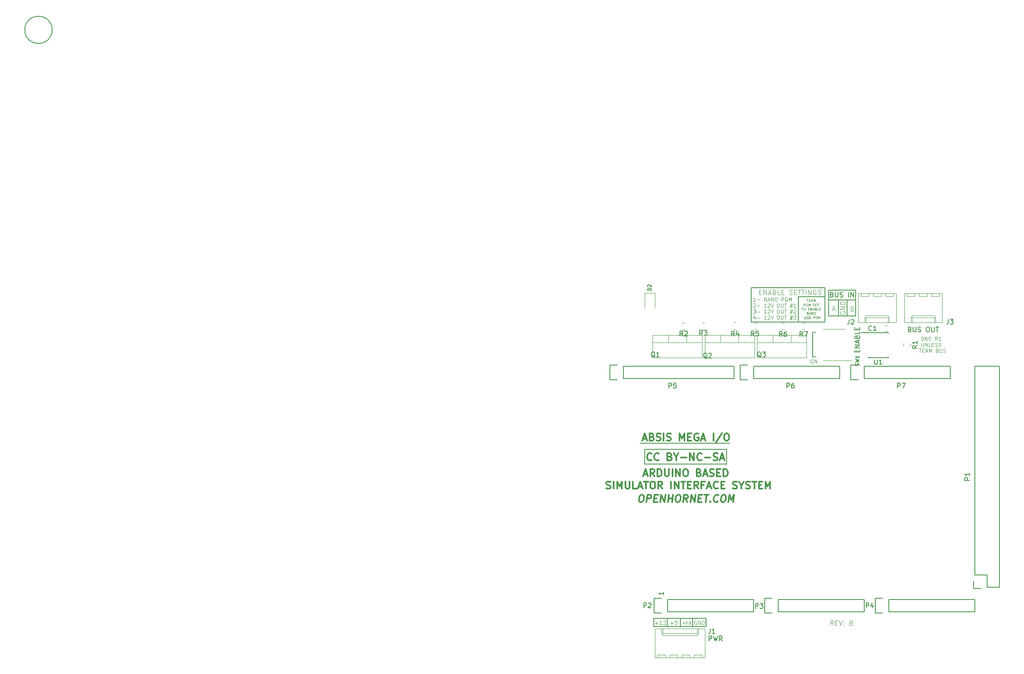
<source format=gbr>
G04 #@! TF.GenerationSoftware,KiCad,Pcbnew,(5.1.4)-1*
G04 #@! TF.CreationDate,2019-12-11T21:30:26-08:00*
G04 #@! TF.ProjectId,MEGA IO,4d454741-2049-44f2-9e6b-696361645f70,-*
G04 #@! TF.SameCoordinates,Original*
G04 #@! TF.FileFunction,Legend,Top*
G04 #@! TF.FilePolarity,Positive*
%FSLAX46Y46*%
G04 Gerber Fmt 4.6, Leading zero omitted, Abs format (unit mm)*
G04 Created by KiCad (PCBNEW (5.1.4)-1) date 2019-12-11 21:30:26*
%MOMM*%
%LPD*%
G04 APERTURE LIST*
%ADD10C,0.125000*%
%ADD11C,0.150000*%
%ADD12C,0.300000*%
%ADD13C,0.110000*%
%ADD14C,0.120000*%
G04 APERTURE END LIST*
D10*
X164225969Y-123185180D02*
X163952160Y-122708990D01*
X163654541Y-123185180D02*
X163779541Y-122185180D01*
X164160493Y-122185180D01*
X164249779Y-122232800D01*
X164291446Y-122280419D01*
X164327160Y-122375657D01*
X164309303Y-122518514D01*
X164249779Y-122613752D01*
X164196208Y-122661371D01*
X164095017Y-122708990D01*
X163714065Y-122708990D01*
X164720017Y-122661371D02*
X165053350Y-122661371D01*
X165130731Y-123185180D02*
X164654541Y-123185180D01*
X164779541Y-122185180D01*
X165255731Y-122185180D01*
X165541446Y-122185180D02*
X165749779Y-123185180D01*
X166208112Y-122185180D01*
X166428350Y-123089942D02*
X166470017Y-123137561D01*
X166416446Y-123185180D01*
X166374779Y-123137561D01*
X166428350Y-123089942D01*
X166416446Y-123185180D01*
X166493827Y-122566133D02*
X166535493Y-122613752D01*
X166481922Y-122661371D01*
X166440255Y-122613752D01*
X166493827Y-122566133D01*
X166481922Y-122661371D01*
X168053350Y-122661371D02*
X168190255Y-122708990D01*
X168231922Y-122756609D01*
X168267636Y-122851847D01*
X168249779Y-122994704D01*
X168190255Y-123089942D01*
X168136684Y-123137561D01*
X168035493Y-123185180D01*
X167654541Y-123185180D01*
X167779541Y-122185180D01*
X168112874Y-122185180D01*
X168202160Y-122232800D01*
X168243827Y-122280419D01*
X168279541Y-122375657D01*
X168267636Y-122470895D01*
X168208112Y-122566133D01*
X168154541Y-122613752D01*
X168053350Y-122661371D01*
X167720017Y-122661371D01*
D11*
X157099000Y-55245000D02*
X157099000Y-60452000D01*
X162560000Y-55245000D02*
X157099000Y-55245000D01*
D10*
X148987666Y-54284571D02*
X149321000Y-54284571D01*
X149463857Y-54808380D02*
X148987666Y-54808380D01*
X148987666Y-53808380D01*
X149463857Y-53808380D01*
X149892428Y-54808380D02*
X149892428Y-53808380D01*
X150463857Y-54808380D01*
X150463857Y-53808380D01*
X150892428Y-54522666D02*
X151368619Y-54522666D01*
X150797190Y-54808380D02*
X151130523Y-53808380D01*
X151463857Y-54808380D01*
X152130523Y-54284571D02*
X152273380Y-54332190D01*
X152321000Y-54379809D01*
X152368619Y-54475047D01*
X152368619Y-54617904D01*
X152321000Y-54713142D01*
X152273380Y-54760761D01*
X152178142Y-54808380D01*
X151797190Y-54808380D01*
X151797190Y-53808380D01*
X152130523Y-53808380D01*
X152225761Y-53856000D01*
X152273380Y-53903619D01*
X152321000Y-53998857D01*
X152321000Y-54094095D01*
X152273380Y-54189333D01*
X152225761Y-54236952D01*
X152130523Y-54284571D01*
X151797190Y-54284571D01*
X153273380Y-54808380D02*
X152797190Y-54808380D01*
X152797190Y-53808380D01*
X153606714Y-54284571D02*
X153940047Y-54284571D01*
X154082904Y-54808380D02*
X153606714Y-54808380D01*
X153606714Y-53808380D01*
X154082904Y-53808380D01*
X155225761Y-54760761D02*
X155368619Y-54808380D01*
X155606714Y-54808380D01*
X155701952Y-54760761D01*
X155749571Y-54713142D01*
X155797190Y-54617904D01*
X155797190Y-54522666D01*
X155749571Y-54427428D01*
X155701952Y-54379809D01*
X155606714Y-54332190D01*
X155416238Y-54284571D01*
X155321000Y-54236952D01*
X155273380Y-54189333D01*
X155225761Y-54094095D01*
X155225761Y-53998857D01*
X155273380Y-53903619D01*
X155321000Y-53856000D01*
X155416238Y-53808380D01*
X155654333Y-53808380D01*
X155797190Y-53856000D01*
X156225761Y-54284571D02*
X156559095Y-54284571D01*
X156701952Y-54808380D02*
X156225761Y-54808380D01*
X156225761Y-53808380D01*
X156701952Y-53808380D01*
X156987666Y-53808380D02*
X157559095Y-53808380D01*
X157273380Y-54808380D02*
X157273380Y-53808380D01*
X157749571Y-53808380D02*
X158321000Y-53808380D01*
X158035285Y-54808380D02*
X158035285Y-53808380D01*
X158654333Y-54808380D02*
X158654333Y-53808380D01*
X159130523Y-54808380D02*
X159130523Y-53808380D01*
X159701952Y-54808380D01*
X159701952Y-53808380D01*
X160701952Y-53856000D02*
X160606714Y-53808380D01*
X160463857Y-53808380D01*
X160321000Y-53856000D01*
X160225761Y-53951238D01*
X160178142Y-54046476D01*
X160130523Y-54236952D01*
X160130523Y-54379809D01*
X160178142Y-54570285D01*
X160225761Y-54665523D01*
X160321000Y-54760761D01*
X160463857Y-54808380D01*
X160559095Y-54808380D01*
X160701952Y-54760761D01*
X160749571Y-54713142D01*
X160749571Y-54379809D01*
X160559095Y-54379809D01*
X161130523Y-54760761D02*
X161273380Y-54808380D01*
X161511476Y-54808380D01*
X161606714Y-54760761D01*
X161654333Y-54713142D01*
X161701952Y-54617904D01*
X161701952Y-54522666D01*
X161654333Y-54427428D01*
X161606714Y-54379809D01*
X161511476Y-54332190D01*
X161321000Y-54284571D01*
X161225761Y-54236952D01*
X161178142Y-54189333D01*
X161130523Y-54094095D01*
X161130523Y-53998857D01*
X161178142Y-53903619D01*
X161225761Y-53856000D01*
X161321000Y-53808380D01*
X161559095Y-53808380D01*
X161701952Y-53856000D01*
D12*
X124602942Y-96206571D02*
X124888657Y-96206571D01*
X125022585Y-96278000D01*
X125147585Y-96420857D01*
X125183300Y-96706571D01*
X125120800Y-97206571D01*
X125013657Y-97492285D01*
X124852942Y-97635142D01*
X124701157Y-97706571D01*
X124415442Y-97706571D01*
X124281514Y-97635142D01*
X124156514Y-97492285D01*
X124120800Y-97206571D01*
X124183300Y-96706571D01*
X124290442Y-96420857D01*
X124451157Y-96278000D01*
X124602942Y-96206571D01*
X125701157Y-97706571D02*
X125888657Y-96206571D01*
X126460085Y-96206571D01*
X126594014Y-96278000D01*
X126656514Y-96349428D01*
X126710085Y-96492285D01*
X126683300Y-96706571D01*
X126594014Y-96849428D01*
X126513657Y-96920857D01*
X126361871Y-96992285D01*
X125790442Y-96992285D01*
X127299371Y-96920857D02*
X127799371Y-96920857D01*
X127915442Y-97706571D02*
X127201157Y-97706571D01*
X127388657Y-96206571D01*
X128102942Y-96206571D01*
X128558300Y-97706571D02*
X128745800Y-96206571D01*
X129415442Y-97706571D01*
X129602942Y-96206571D01*
X130129728Y-97706571D02*
X130317228Y-96206571D01*
X130227942Y-96920857D02*
X131085085Y-96920857D01*
X130986871Y-97706571D02*
X131174371Y-96206571D01*
X132174371Y-96206571D02*
X132460085Y-96206571D01*
X132594014Y-96278000D01*
X132719014Y-96420857D01*
X132754728Y-96706571D01*
X132692228Y-97206571D01*
X132585085Y-97492285D01*
X132424371Y-97635142D01*
X132272585Y-97706571D01*
X131986871Y-97706571D01*
X131852942Y-97635142D01*
X131727942Y-97492285D01*
X131692228Y-97206571D01*
X131754728Y-96706571D01*
X131861871Y-96420857D01*
X132022585Y-96278000D01*
X132174371Y-96206571D01*
X134129728Y-97706571D02*
X133719014Y-96992285D01*
X133272585Y-97706571D02*
X133460085Y-96206571D01*
X134031514Y-96206571D01*
X134165442Y-96278000D01*
X134227942Y-96349428D01*
X134281514Y-96492285D01*
X134254728Y-96706571D01*
X134165442Y-96849428D01*
X134085085Y-96920857D01*
X133933300Y-96992285D01*
X133361871Y-96992285D01*
X134772585Y-97706571D02*
X134960085Y-96206571D01*
X135629728Y-97706571D01*
X135817228Y-96206571D01*
X136442228Y-96920857D02*
X136942228Y-96920857D01*
X137058300Y-97706571D02*
X136344014Y-97706571D01*
X136531514Y-96206571D01*
X137245800Y-96206571D01*
X137674371Y-96206571D02*
X138531514Y-96206571D01*
X137915442Y-97706571D02*
X138102942Y-96206571D01*
X138861871Y-97563714D02*
X138924371Y-97635142D01*
X138844014Y-97706571D01*
X138781514Y-97635142D01*
X138861871Y-97563714D01*
X138844014Y-97706571D01*
X140433300Y-97563714D02*
X140352942Y-97635142D01*
X140129728Y-97706571D01*
X139986871Y-97706571D01*
X139781514Y-97635142D01*
X139656514Y-97492285D01*
X139602942Y-97349428D01*
X139567228Y-97063714D01*
X139594014Y-96849428D01*
X139701157Y-96563714D01*
X139790442Y-96420857D01*
X139951157Y-96278000D01*
X140174371Y-96206571D01*
X140317228Y-96206571D01*
X140522585Y-96278000D01*
X140585085Y-96349428D01*
X141531514Y-96206571D02*
X141817228Y-96206571D01*
X141951157Y-96278000D01*
X142076157Y-96420857D01*
X142111871Y-96706571D01*
X142049371Y-97206571D01*
X141942228Y-97492285D01*
X141781514Y-97635142D01*
X141629728Y-97706571D01*
X141344014Y-97706571D01*
X141210085Y-97635142D01*
X141085085Y-97492285D01*
X141049371Y-97206571D01*
X141111871Y-96706571D01*
X141219014Y-96420857D01*
X141379728Y-96278000D01*
X141531514Y-96206571D01*
X142629728Y-97706571D02*
X142817228Y-96206571D01*
X143183300Y-97278000D01*
X143817228Y-96206571D01*
X143629728Y-97706571D01*
D10*
X182517142Y-64240285D02*
X182517142Y-63490285D01*
X182695714Y-63490285D01*
X182802857Y-63526000D01*
X182874285Y-63597428D01*
X182910000Y-63668857D01*
X182945714Y-63811714D01*
X182945714Y-63918857D01*
X182910000Y-64061714D01*
X182874285Y-64133142D01*
X182802857Y-64204571D01*
X182695714Y-64240285D01*
X182517142Y-64240285D01*
X183267142Y-64240285D02*
X183267142Y-63490285D01*
X183695714Y-64240285D01*
X183695714Y-63490285D01*
X184481428Y-64168857D02*
X184445714Y-64204571D01*
X184338571Y-64240285D01*
X184267142Y-64240285D01*
X184160000Y-64204571D01*
X184088571Y-64133142D01*
X184052857Y-64061714D01*
X184017142Y-63918857D01*
X184017142Y-63811714D01*
X184052857Y-63668857D01*
X184088571Y-63597428D01*
X184160000Y-63526000D01*
X184267142Y-63490285D01*
X184338571Y-63490285D01*
X184445714Y-63526000D01*
X184481428Y-63561714D01*
X185802857Y-64240285D02*
X185552857Y-63883142D01*
X185374285Y-64240285D02*
X185374285Y-63490285D01*
X185660000Y-63490285D01*
X185731428Y-63526000D01*
X185767142Y-63561714D01*
X185802857Y-63633142D01*
X185802857Y-63740285D01*
X185767142Y-63811714D01*
X185731428Y-63847428D01*
X185660000Y-63883142D01*
X185374285Y-63883142D01*
X186517142Y-64240285D02*
X186088571Y-64240285D01*
X186302857Y-64240285D02*
X186302857Y-63490285D01*
X186231428Y-63597428D01*
X186160000Y-63668857D01*
X186088571Y-63704571D01*
X182535000Y-64740285D02*
X182535000Y-65347428D01*
X182570714Y-65418857D01*
X182606428Y-65454571D01*
X182677857Y-65490285D01*
X182820714Y-65490285D01*
X182892142Y-65454571D01*
X182927857Y-65418857D01*
X182963571Y-65347428D01*
X182963571Y-64740285D01*
X183320714Y-65490285D02*
X183320714Y-64740285D01*
X183749285Y-65490285D01*
X183749285Y-64740285D01*
X184463571Y-65490285D02*
X184106428Y-65490285D01*
X184106428Y-64740285D01*
X184713571Y-65097428D02*
X184963571Y-65097428D01*
X185070714Y-65490285D02*
X184713571Y-65490285D01*
X184713571Y-64740285D01*
X185070714Y-64740285D01*
X185356428Y-65454571D02*
X185463571Y-65490285D01*
X185642142Y-65490285D01*
X185713571Y-65454571D01*
X185749285Y-65418857D01*
X185785000Y-65347428D01*
X185785000Y-65276000D01*
X185749285Y-65204571D01*
X185713571Y-65168857D01*
X185642142Y-65133142D01*
X185499285Y-65097428D01*
X185427857Y-65061714D01*
X185392142Y-65026000D01*
X185356428Y-64954571D01*
X185356428Y-64883142D01*
X185392142Y-64811714D01*
X185427857Y-64776000D01*
X185499285Y-64740285D01*
X185677857Y-64740285D01*
X185785000Y-64776000D01*
X186070714Y-65454571D02*
X186177857Y-65490285D01*
X186356428Y-65490285D01*
X186427857Y-65454571D01*
X186463571Y-65418857D01*
X186499285Y-65347428D01*
X186499285Y-65276000D01*
X186463571Y-65204571D01*
X186427857Y-65168857D01*
X186356428Y-65133142D01*
X186213571Y-65097428D01*
X186142142Y-65061714D01*
X186106428Y-65026000D01*
X186070714Y-64954571D01*
X186070714Y-64883142D01*
X186106428Y-64811714D01*
X186142142Y-64776000D01*
X186213571Y-64740285D01*
X186392142Y-64740285D01*
X186499285Y-64776000D01*
X182017142Y-65990285D02*
X182445714Y-65990285D01*
X182231428Y-66740285D02*
X182231428Y-65990285D01*
X182695714Y-66347428D02*
X182945714Y-66347428D01*
X183052857Y-66740285D02*
X182695714Y-66740285D01*
X182695714Y-65990285D01*
X183052857Y-65990285D01*
X183802857Y-66740285D02*
X183552857Y-66383142D01*
X183374285Y-66740285D02*
X183374285Y-65990285D01*
X183660000Y-65990285D01*
X183731428Y-66026000D01*
X183767142Y-66061714D01*
X183802857Y-66133142D01*
X183802857Y-66240285D01*
X183767142Y-66311714D01*
X183731428Y-66347428D01*
X183660000Y-66383142D01*
X183374285Y-66383142D01*
X184124285Y-66740285D02*
X184124285Y-65990285D01*
X184374285Y-66526000D01*
X184624285Y-65990285D01*
X184624285Y-66740285D01*
X185802857Y-66347428D02*
X185910000Y-66383142D01*
X185945714Y-66418857D01*
X185981428Y-66490285D01*
X185981428Y-66597428D01*
X185945714Y-66668857D01*
X185910000Y-66704571D01*
X185838571Y-66740285D01*
X185552857Y-66740285D01*
X185552857Y-65990285D01*
X185802857Y-65990285D01*
X185874285Y-66026000D01*
X185910000Y-66061714D01*
X185945714Y-66133142D01*
X185945714Y-66204571D01*
X185910000Y-66276000D01*
X185874285Y-66311714D01*
X185802857Y-66347428D01*
X185552857Y-66347428D01*
X186302857Y-65990285D02*
X186302857Y-66597428D01*
X186338571Y-66668857D01*
X186374285Y-66704571D01*
X186445714Y-66740285D01*
X186588571Y-66740285D01*
X186660000Y-66704571D01*
X186695714Y-66668857D01*
X186731428Y-66597428D01*
X186731428Y-65990285D01*
X187052857Y-66704571D02*
X187160000Y-66740285D01*
X187338571Y-66740285D01*
X187410000Y-66704571D01*
X187445714Y-66668857D01*
X187481428Y-66597428D01*
X187481428Y-66526000D01*
X187445714Y-66454571D01*
X187410000Y-66418857D01*
X187338571Y-66383142D01*
X187195714Y-66347428D01*
X187124285Y-66311714D01*
X187088571Y-66276000D01*
X187052857Y-66204571D01*
X187052857Y-66133142D01*
X187088571Y-66061714D01*
X187124285Y-66026000D01*
X187195714Y-65990285D01*
X187374285Y-65990285D01*
X187481428Y-66026000D01*
D11*
X165354000Y-55880000D02*
X165354000Y-59182000D01*
X167132000Y-55880000D02*
X167132000Y-59182000D01*
X168910000Y-59182000D02*
X168910000Y-55880000D01*
X163322000Y-59182000D02*
X168910000Y-59182000D01*
X163322000Y-55880000D02*
X163322000Y-59182000D01*
X163322000Y-55880000D02*
X163322000Y-53848000D01*
X168910000Y-55880000D02*
X163322000Y-55880000D01*
X168910000Y-53848000D02*
X168910000Y-55880000D01*
X163322000Y-53848000D02*
X168910000Y-53848000D01*
D10*
X165743000Y-58292904D02*
X165695380Y-58388142D01*
X165695380Y-58531000D01*
X165743000Y-58673857D01*
X165838238Y-58769095D01*
X165933476Y-58816714D01*
X166123952Y-58864333D01*
X166266809Y-58864333D01*
X166457285Y-58816714D01*
X166552523Y-58769095D01*
X166647761Y-58673857D01*
X166695380Y-58531000D01*
X166695380Y-58435761D01*
X166647761Y-58292904D01*
X166600142Y-58245285D01*
X166266809Y-58245285D01*
X166266809Y-58435761D01*
X166695380Y-57816714D02*
X165695380Y-57816714D01*
X166695380Y-57245285D01*
X165695380Y-57245285D01*
X166695380Y-56769095D02*
X165695380Y-56769095D01*
X165695380Y-56531000D01*
X165743000Y-56388142D01*
X165838238Y-56292904D01*
X165933476Y-56245285D01*
X166123952Y-56197666D01*
X166266809Y-56197666D01*
X166457285Y-56245285D01*
X166552523Y-56292904D01*
X166647761Y-56388142D01*
X166695380Y-56531000D01*
X166695380Y-56769095D01*
X168219428Y-57713571D02*
X168362285Y-57761190D01*
X168409904Y-57808809D01*
X168457523Y-57904047D01*
X168457523Y-58046904D01*
X168409904Y-58142142D01*
X168362285Y-58189761D01*
X168267047Y-58237380D01*
X167886095Y-58237380D01*
X167886095Y-57237380D01*
X168219428Y-57237380D01*
X168314666Y-57285000D01*
X168362285Y-57332619D01*
X168409904Y-57427857D01*
X168409904Y-57523095D01*
X168362285Y-57618333D01*
X168314666Y-57665952D01*
X168219428Y-57713571D01*
X167886095Y-57713571D01*
D11*
X147320000Y-60452000D02*
X147320000Y-53340000D01*
X162560000Y-60452000D02*
X147320000Y-60452000D01*
X162560000Y-53340000D02*
X162560000Y-60452000D01*
X147320000Y-53340000D02*
X162560000Y-53340000D01*
D10*
X164099904Y-57824666D02*
X164576095Y-57824666D01*
X164004666Y-58110380D02*
X164338000Y-57110380D01*
X164671333Y-58110380D01*
X158785857Y-55761190D02*
X159071571Y-55761190D01*
X158928714Y-56261190D02*
X158928714Y-55761190D01*
X159238238Y-55761190D02*
X159238238Y-56165952D01*
X159262047Y-56213571D01*
X159285857Y-56237380D01*
X159333476Y-56261190D01*
X159428714Y-56261190D01*
X159476333Y-56237380D01*
X159500142Y-56213571D01*
X159523952Y-56165952D01*
X159523952Y-55761190D01*
X160047761Y-56261190D02*
X159881095Y-56023095D01*
X159762047Y-56261190D02*
X159762047Y-55761190D01*
X159952523Y-55761190D01*
X160000142Y-55785000D01*
X160023952Y-55808809D01*
X160047761Y-55856428D01*
X160047761Y-55927857D01*
X160023952Y-55975476D01*
X160000142Y-55999285D01*
X159952523Y-56023095D01*
X159762047Y-56023095D01*
X160262047Y-56261190D02*
X160262047Y-55761190D01*
X160547761Y-56261190D01*
X160547761Y-55761190D01*
X158154904Y-57136190D02*
X158154904Y-56636190D01*
X158345380Y-56636190D01*
X158393000Y-56660000D01*
X158416809Y-56683809D01*
X158440619Y-56731428D01*
X158440619Y-56802857D01*
X158416809Y-56850476D01*
X158393000Y-56874285D01*
X158345380Y-56898095D01*
X158154904Y-56898095D01*
X158916809Y-56660000D02*
X158869190Y-56636190D01*
X158797761Y-56636190D01*
X158726333Y-56660000D01*
X158678714Y-56707619D01*
X158654904Y-56755238D01*
X158631095Y-56850476D01*
X158631095Y-56921904D01*
X158654904Y-57017142D01*
X158678714Y-57064761D01*
X158726333Y-57112380D01*
X158797761Y-57136190D01*
X158845380Y-57136190D01*
X158916809Y-57112380D01*
X158940619Y-57088571D01*
X158940619Y-56921904D01*
X158845380Y-56921904D01*
X159154904Y-57136190D02*
X159154904Y-56636190D01*
X159321571Y-56993333D01*
X159488238Y-56636190D01*
X159488238Y-57136190D01*
X160202523Y-56636190D02*
X160297761Y-56636190D01*
X160345380Y-56660000D01*
X160393000Y-56707619D01*
X160416809Y-56802857D01*
X160416809Y-56969523D01*
X160393000Y-57064761D01*
X160345380Y-57112380D01*
X160297761Y-57136190D01*
X160202523Y-57136190D01*
X160154904Y-57112380D01*
X160107285Y-57064761D01*
X160083476Y-56969523D01*
X160083476Y-56802857D01*
X160107285Y-56707619D01*
X160154904Y-56660000D01*
X160202523Y-56636190D01*
X160797761Y-56874285D02*
X160631095Y-56874285D01*
X160631095Y-57136190D02*
X160631095Y-56636190D01*
X160869190Y-56636190D01*
X161226333Y-56874285D02*
X161059666Y-56874285D01*
X161059666Y-57136190D02*
X161059666Y-56636190D01*
X161297761Y-56636190D01*
X157726333Y-57511190D02*
X158012047Y-57511190D01*
X157869190Y-58011190D02*
X157869190Y-57511190D01*
X158273952Y-57511190D02*
X158369190Y-57511190D01*
X158416809Y-57535000D01*
X158464428Y-57582619D01*
X158488238Y-57677857D01*
X158488238Y-57844523D01*
X158464428Y-57939761D01*
X158416809Y-57987380D01*
X158369190Y-58011190D01*
X158273952Y-58011190D01*
X158226333Y-57987380D01*
X158178714Y-57939761D01*
X158154904Y-57844523D01*
X158154904Y-57677857D01*
X158178714Y-57582619D01*
X158226333Y-57535000D01*
X158273952Y-57511190D01*
X159083476Y-57749285D02*
X159250142Y-57749285D01*
X159321571Y-58011190D02*
X159083476Y-58011190D01*
X159083476Y-57511190D01*
X159321571Y-57511190D01*
X159535857Y-58011190D02*
X159535857Y-57511190D01*
X159821571Y-58011190D01*
X159821571Y-57511190D01*
X160035857Y-57868333D02*
X160273952Y-57868333D01*
X159988238Y-58011190D02*
X160154904Y-57511190D01*
X160321571Y-58011190D01*
X160654904Y-57749285D02*
X160726333Y-57773095D01*
X160750142Y-57796904D01*
X160773952Y-57844523D01*
X160773952Y-57915952D01*
X160750142Y-57963571D01*
X160726333Y-57987380D01*
X160678714Y-58011190D01*
X160488238Y-58011190D01*
X160488238Y-57511190D01*
X160654904Y-57511190D01*
X160702523Y-57535000D01*
X160726333Y-57558809D01*
X160750142Y-57606428D01*
X160750142Y-57654047D01*
X160726333Y-57701666D01*
X160702523Y-57725476D01*
X160654904Y-57749285D01*
X160488238Y-57749285D01*
X161226333Y-58011190D02*
X160988238Y-58011190D01*
X160988238Y-57511190D01*
X161393000Y-57749285D02*
X161559666Y-57749285D01*
X161631095Y-58011190D02*
X161393000Y-58011190D01*
X161393000Y-57511190D01*
X161631095Y-57511190D01*
X158821571Y-58886190D02*
X158821571Y-58386190D01*
X159107285Y-58886190D01*
X159107285Y-58386190D01*
X159321571Y-58743333D02*
X159559666Y-58743333D01*
X159273952Y-58886190D02*
X159440619Y-58386190D01*
X159607285Y-58886190D01*
X159773952Y-58886190D02*
X159773952Y-58386190D01*
X160059666Y-58886190D01*
X160059666Y-58386190D01*
X160393000Y-58386190D02*
X160488238Y-58386190D01*
X160535857Y-58410000D01*
X160583476Y-58457619D01*
X160607285Y-58552857D01*
X160607285Y-58719523D01*
X160583476Y-58814761D01*
X160535857Y-58862380D01*
X160488238Y-58886190D01*
X160393000Y-58886190D01*
X160345380Y-58862380D01*
X160297761Y-58814761D01*
X160273952Y-58719523D01*
X160273952Y-58552857D01*
X160297761Y-58457619D01*
X160345380Y-58410000D01*
X160393000Y-58386190D01*
X158285857Y-59261190D02*
X158285857Y-59665952D01*
X158309666Y-59713571D01*
X158333476Y-59737380D01*
X158381095Y-59761190D01*
X158476333Y-59761190D01*
X158523952Y-59737380D01*
X158547761Y-59713571D01*
X158571571Y-59665952D01*
X158571571Y-59261190D01*
X158785857Y-59737380D02*
X158857285Y-59761190D01*
X158976333Y-59761190D01*
X159023952Y-59737380D01*
X159047761Y-59713571D01*
X159071571Y-59665952D01*
X159071571Y-59618333D01*
X159047761Y-59570714D01*
X159023952Y-59546904D01*
X158976333Y-59523095D01*
X158881095Y-59499285D01*
X158833476Y-59475476D01*
X158809666Y-59451666D01*
X158785857Y-59404047D01*
X158785857Y-59356428D01*
X158809666Y-59308809D01*
X158833476Y-59285000D01*
X158881095Y-59261190D01*
X159000142Y-59261190D01*
X159071571Y-59285000D01*
X159452523Y-59499285D02*
X159523952Y-59523095D01*
X159547761Y-59546904D01*
X159571571Y-59594523D01*
X159571571Y-59665952D01*
X159547761Y-59713571D01*
X159523952Y-59737380D01*
X159476333Y-59761190D01*
X159285857Y-59761190D01*
X159285857Y-59261190D01*
X159452523Y-59261190D01*
X159500142Y-59285000D01*
X159523952Y-59308809D01*
X159547761Y-59356428D01*
X159547761Y-59404047D01*
X159523952Y-59451666D01*
X159500142Y-59475476D01*
X159452523Y-59499285D01*
X159285857Y-59499285D01*
X160166809Y-59761190D02*
X160166809Y-59261190D01*
X160357285Y-59261190D01*
X160404904Y-59285000D01*
X160428714Y-59308809D01*
X160452523Y-59356428D01*
X160452523Y-59427857D01*
X160428714Y-59475476D01*
X160404904Y-59499285D01*
X160357285Y-59523095D01*
X160166809Y-59523095D01*
X160928714Y-59285000D02*
X160881095Y-59261190D01*
X160809666Y-59261190D01*
X160738238Y-59285000D01*
X160690619Y-59332619D01*
X160666809Y-59380238D01*
X160643000Y-59475476D01*
X160643000Y-59546904D01*
X160666809Y-59642142D01*
X160690619Y-59689761D01*
X160738238Y-59737380D01*
X160809666Y-59761190D01*
X160857285Y-59761190D01*
X160928714Y-59737380D01*
X160952523Y-59713571D01*
X160952523Y-59546904D01*
X160857285Y-59546904D01*
X161166809Y-59761190D02*
X161166809Y-59261190D01*
X161333476Y-59618333D01*
X161500142Y-59261190D01*
X161500142Y-59761190D01*
D11*
X160020000Y-67691000D02*
X160655000Y-67691000D01*
X160020000Y-62611000D02*
X160020000Y-67691000D01*
X160655000Y-62611000D02*
X160020000Y-62611000D01*
D10*
X159809714Y-68169285D02*
X159952571Y-68169285D01*
X160024000Y-68205000D01*
X160095428Y-68276428D01*
X160131142Y-68419285D01*
X160131142Y-68669285D01*
X160095428Y-68812142D01*
X160024000Y-68883571D01*
X159952571Y-68919285D01*
X159809714Y-68919285D01*
X159738285Y-68883571D01*
X159666857Y-68812142D01*
X159631142Y-68669285D01*
X159631142Y-68419285D01*
X159666857Y-68276428D01*
X159738285Y-68205000D01*
X159809714Y-68169285D01*
X160452571Y-68919285D02*
X160452571Y-68169285D01*
X160881142Y-68919285D01*
X160881142Y-68169285D01*
X148226678Y-56122285D02*
X147798107Y-56122285D01*
X148012392Y-56122285D02*
X148012392Y-55372285D01*
X147940964Y-55479428D01*
X147869535Y-55550857D01*
X147798107Y-55586571D01*
X148548107Y-55836571D02*
X149119535Y-55836571D01*
X150048107Y-56122285D02*
X150048107Y-55372285D01*
X150476678Y-56122285D01*
X150476678Y-55372285D01*
X150798107Y-55908000D02*
X151155250Y-55908000D01*
X150726678Y-56122285D02*
X150976678Y-55372285D01*
X151226678Y-56122285D01*
X151476678Y-56122285D02*
X151476678Y-55372285D01*
X151905250Y-56122285D01*
X151905250Y-55372285D01*
X152405250Y-55372285D02*
X152548107Y-55372285D01*
X152619535Y-55408000D01*
X152690964Y-55479428D01*
X152726678Y-55622285D01*
X152726678Y-55872285D01*
X152690964Y-56015142D01*
X152619535Y-56086571D01*
X152548107Y-56122285D01*
X152405250Y-56122285D01*
X152333821Y-56086571D01*
X152262392Y-56015142D01*
X152226678Y-55872285D01*
X152226678Y-55622285D01*
X152262392Y-55479428D01*
X152333821Y-55408000D01*
X152405250Y-55372285D01*
X153619535Y-56122285D02*
X153619535Y-55372285D01*
X153905250Y-55372285D01*
X153976678Y-55408000D01*
X154012392Y-55443714D01*
X154048107Y-55515142D01*
X154048107Y-55622285D01*
X154012392Y-55693714D01*
X153976678Y-55729428D01*
X153905250Y-55765142D01*
X153619535Y-55765142D01*
X154762392Y-55408000D02*
X154690964Y-55372285D01*
X154583821Y-55372285D01*
X154476678Y-55408000D01*
X154405250Y-55479428D01*
X154369535Y-55550857D01*
X154333821Y-55693714D01*
X154333821Y-55800857D01*
X154369535Y-55943714D01*
X154405250Y-56015142D01*
X154476678Y-56086571D01*
X154583821Y-56122285D01*
X154655250Y-56122285D01*
X154762392Y-56086571D01*
X154798107Y-56050857D01*
X154798107Y-55800857D01*
X154655250Y-55800857D01*
X155119535Y-56122285D02*
X155119535Y-55372285D01*
X155369535Y-55908000D01*
X155619535Y-55372285D01*
X155619535Y-56122285D01*
X147798107Y-56693714D02*
X147833821Y-56658000D01*
X147905250Y-56622285D01*
X148083821Y-56622285D01*
X148155250Y-56658000D01*
X148190964Y-56693714D01*
X148226678Y-56765142D01*
X148226678Y-56836571D01*
X148190964Y-56943714D01*
X147762392Y-57372285D01*
X148226678Y-57372285D01*
X148548107Y-57086571D02*
X149119535Y-57086571D01*
X150440964Y-57372285D02*
X150012392Y-57372285D01*
X150226678Y-57372285D02*
X150226678Y-56622285D01*
X150155250Y-56729428D01*
X150083821Y-56800857D01*
X150012392Y-56836571D01*
X150726678Y-56693714D02*
X150762392Y-56658000D01*
X150833821Y-56622285D01*
X151012392Y-56622285D01*
X151083821Y-56658000D01*
X151119535Y-56693714D01*
X151155250Y-56765142D01*
X151155250Y-56836571D01*
X151119535Y-56943714D01*
X150690964Y-57372285D01*
X151155250Y-57372285D01*
X151369535Y-56622285D02*
X151619535Y-57372285D01*
X151869535Y-56622285D01*
X152833821Y-56622285D02*
X152976678Y-56622285D01*
X153048107Y-56658000D01*
X153119535Y-56729428D01*
X153155250Y-56872285D01*
X153155250Y-57122285D01*
X153119535Y-57265142D01*
X153048107Y-57336571D01*
X152976678Y-57372285D01*
X152833821Y-57372285D01*
X152762392Y-57336571D01*
X152690964Y-57265142D01*
X152655250Y-57122285D01*
X152655250Y-56872285D01*
X152690964Y-56729428D01*
X152762392Y-56658000D01*
X152833821Y-56622285D01*
X153476678Y-56622285D02*
X153476678Y-57229428D01*
X153512392Y-57300857D01*
X153548107Y-57336571D01*
X153619535Y-57372285D01*
X153762392Y-57372285D01*
X153833821Y-57336571D01*
X153869535Y-57300857D01*
X153905250Y-57229428D01*
X153905250Y-56622285D01*
X154155250Y-56622285D02*
X154583821Y-56622285D01*
X154369535Y-57372285D02*
X154369535Y-56622285D01*
X155369535Y-56872285D02*
X155905250Y-56872285D01*
X155583821Y-56550857D02*
X155369535Y-57515142D01*
X155833821Y-57193714D02*
X155298107Y-57193714D01*
X155619535Y-57515142D02*
X155833821Y-56550857D01*
X156548107Y-57372285D02*
X156119535Y-57372285D01*
X156333821Y-57372285D02*
X156333821Y-56622285D01*
X156262392Y-56729428D01*
X156190964Y-56800857D01*
X156119535Y-56836571D01*
X147762392Y-57872285D02*
X148226678Y-57872285D01*
X147976678Y-58158000D01*
X148083821Y-58158000D01*
X148155250Y-58193714D01*
X148190964Y-58229428D01*
X148226678Y-58300857D01*
X148226678Y-58479428D01*
X148190964Y-58550857D01*
X148155250Y-58586571D01*
X148083821Y-58622285D01*
X147869535Y-58622285D01*
X147798107Y-58586571D01*
X147762392Y-58550857D01*
X148548107Y-58336571D02*
X149119535Y-58336571D01*
X150440964Y-58622285D02*
X150012392Y-58622285D01*
X150226678Y-58622285D02*
X150226678Y-57872285D01*
X150155250Y-57979428D01*
X150083821Y-58050857D01*
X150012392Y-58086571D01*
X150726678Y-57943714D02*
X150762392Y-57908000D01*
X150833821Y-57872285D01*
X151012392Y-57872285D01*
X151083821Y-57908000D01*
X151119535Y-57943714D01*
X151155250Y-58015142D01*
X151155250Y-58086571D01*
X151119535Y-58193714D01*
X150690964Y-58622285D01*
X151155250Y-58622285D01*
X151369535Y-57872285D02*
X151619535Y-58622285D01*
X151869535Y-57872285D01*
X152833821Y-57872285D02*
X152976678Y-57872285D01*
X153048107Y-57908000D01*
X153119535Y-57979428D01*
X153155250Y-58122285D01*
X153155250Y-58372285D01*
X153119535Y-58515142D01*
X153048107Y-58586571D01*
X152976678Y-58622285D01*
X152833821Y-58622285D01*
X152762392Y-58586571D01*
X152690964Y-58515142D01*
X152655250Y-58372285D01*
X152655250Y-58122285D01*
X152690964Y-57979428D01*
X152762392Y-57908000D01*
X152833821Y-57872285D01*
X153476678Y-57872285D02*
X153476678Y-58479428D01*
X153512392Y-58550857D01*
X153548107Y-58586571D01*
X153619535Y-58622285D01*
X153762392Y-58622285D01*
X153833821Y-58586571D01*
X153869535Y-58550857D01*
X153905250Y-58479428D01*
X153905250Y-57872285D01*
X154155250Y-57872285D02*
X154583821Y-57872285D01*
X154369535Y-58622285D02*
X154369535Y-57872285D01*
X155369535Y-58122285D02*
X155905250Y-58122285D01*
X155583821Y-57800857D02*
X155369535Y-58765142D01*
X155833821Y-58443714D02*
X155298107Y-58443714D01*
X155619535Y-58765142D02*
X155833821Y-57800857D01*
X156119535Y-57943714D02*
X156155250Y-57908000D01*
X156226678Y-57872285D01*
X156405250Y-57872285D01*
X156476678Y-57908000D01*
X156512392Y-57943714D01*
X156548107Y-58015142D01*
X156548107Y-58086571D01*
X156512392Y-58193714D01*
X156083821Y-58622285D01*
X156548107Y-58622285D01*
X148155250Y-59372285D02*
X148155250Y-59872285D01*
X147976678Y-59086571D02*
X147798107Y-59622285D01*
X148262392Y-59622285D01*
X148548107Y-59586571D02*
X149119535Y-59586571D01*
X150440964Y-59872285D02*
X150012392Y-59872285D01*
X150226678Y-59872285D02*
X150226678Y-59122285D01*
X150155250Y-59229428D01*
X150083821Y-59300857D01*
X150012392Y-59336571D01*
X150726678Y-59193714D02*
X150762392Y-59158000D01*
X150833821Y-59122285D01*
X151012392Y-59122285D01*
X151083821Y-59158000D01*
X151119535Y-59193714D01*
X151155250Y-59265142D01*
X151155250Y-59336571D01*
X151119535Y-59443714D01*
X150690964Y-59872285D01*
X151155250Y-59872285D01*
X151369535Y-59122285D02*
X151619535Y-59872285D01*
X151869535Y-59122285D01*
X152833821Y-59122285D02*
X152976678Y-59122285D01*
X153048107Y-59158000D01*
X153119535Y-59229428D01*
X153155250Y-59372285D01*
X153155250Y-59622285D01*
X153119535Y-59765142D01*
X153048107Y-59836571D01*
X152976678Y-59872285D01*
X152833821Y-59872285D01*
X152762392Y-59836571D01*
X152690964Y-59765142D01*
X152655250Y-59622285D01*
X152655250Y-59372285D01*
X152690964Y-59229428D01*
X152762392Y-59158000D01*
X152833821Y-59122285D01*
X153476678Y-59122285D02*
X153476678Y-59729428D01*
X153512392Y-59800857D01*
X153548107Y-59836571D01*
X153619535Y-59872285D01*
X153762392Y-59872285D01*
X153833821Y-59836571D01*
X153869535Y-59800857D01*
X153905250Y-59729428D01*
X153905250Y-59122285D01*
X154155250Y-59122285D02*
X154583821Y-59122285D01*
X154369535Y-59872285D02*
X154369535Y-59122285D01*
X155369535Y-59372285D02*
X155905250Y-59372285D01*
X155583821Y-59050857D02*
X155369535Y-60015142D01*
X155833821Y-59693714D02*
X155298107Y-59693714D01*
X155619535Y-60015142D02*
X155833821Y-59050857D01*
X156083821Y-59122285D02*
X156548107Y-59122285D01*
X156298107Y-59408000D01*
X156405250Y-59408000D01*
X156476678Y-59443714D01*
X156512392Y-59479428D01*
X156548107Y-59550857D01*
X156548107Y-59729428D01*
X156512392Y-59800857D01*
X156476678Y-59836571D01*
X156405250Y-59872285D01*
X156190964Y-59872285D01*
X156119535Y-59836571D01*
X156083821Y-59800857D01*
D13*
X136042476Y-122282000D02*
X135966285Y-122243904D01*
X135852000Y-122243904D01*
X135737714Y-122282000D01*
X135661523Y-122358190D01*
X135623428Y-122434380D01*
X135585333Y-122586761D01*
X135585333Y-122701047D01*
X135623428Y-122853428D01*
X135661523Y-122929619D01*
X135737714Y-123005809D01*
X135852000Y-123043904D01*
X135928190Y-123043904D01*
X136042476Y-123005809D01*
X136080571Y-122967714D01*
X136080571Y-122701047D01*
X135928190Y-122701047D01*
X136423428Y-123043904D02*
X136423428Y-122243904D01*
X136880571Y-123043904D01*
X136880571Y-122243904D01*
X137261523Y-123043904D02*
X137261523Y-122243904D01*
X137452000Y-122243904D01*
X137566285Y-122282000D01*
X137642476Y-122358190D01*
X137680571Y-122434380D01*
X137718666Y-122586761D01*
X137718666Y-122701047D01*
X137680571Y-122853428D01*
X137642476Y-122929619D01*
X137566285Y-123005809D01*
X137452000Y-123043904D01*
X137261523Y-123043904D01*
D11*
X132683000Y-123444000D02*
X132683000Y-121793000D01*
X135223000Y-123444000D02*
X135223000Y-121793000D01*
D13*
X130632285Y-122739142D02*
X131241809Y-122739142D01*
X130937047Y-123043904D02*
X130937047Y-122434380D01*
X132003714Y-122243904D02*
X131622761Y-122243904D01*
X131584666Y-122624857D01*
X131622761Y-122586761D01*
X131698952Y-122548666D01*
X131889428Y-122548666D01*
X131965619Y-122586761D01*
X132003714Y-122624857D01*
X132041809Y-122701047D01*
X132041809Y-122891523D01*
X132003714Y-122967714D01*
X131965619Y-123005809D01*
X131889428Y-123043904D01*
X131698952Y-123043904D01*
X131622761Y-123005809D01*
X131584666Y-122967714D01*
D11*
X138017000Y-121793000D02*
X138017000Y-123444000D01*
D13*
X127457333Y-122739142D02*
X128066857Y-122739142D01*
X127762095Y-123043904D02*
X127762095Y-122434380D01*
X128866857Y-123043904D02*
X128409714Y-123043904D01*
X128638285Y-123043904D02*
X128638285Y-122243904D01*
X128562095Y-122358190D01*
X128485904Y-122434380D01*
X128409714Y-122472476D01*
X129171619Y-122320095D02*
X129209714Y-122282000D01*
X129285904Y-122243904D01*
X129476380Y-122243904D01*
X129552571Y-122282000D01*
X129590666Y-122320095D01*
X129628761Y-122396285D01*
X129628761Y-122472476D01*
X129590666Y-122586761D01*
X129133523Y-123043904D01*
X129628761Y-123043904D01*
D11*
X137890000Y-123444000D02*
X127222000Y-123444000D01*
X127222000Y-121793000D02*
X138017000Y-121793000D01*
D13*
X133199285Y-122717714D02*
X133580238Y-122717714D01*
X133389761Y-122908190D02*
X133389761Y-122527238D01*
X133770714Y-122408190D02*
X134080238Y-122408190D01*
X133913571Y-122598666D01*
X133985000Y-122598666D01*
X134032619Y-122622476D01*
X134056428Y-122646285D01*
X134080238Y-122693904D01*
X134080238Y-122812952D01*
X134056428Y-122860571D01*
X134032619Y-122884380D01*
X133985000Y-122908190D01*
X133842142Y-122908190D01*
X133794523Y-122884380D01*
X133770714Y-122860571D01*
X134294523Y-122860571D02*
X134318333Y-122884380D01*
X134294523Y-122908190D01*
X134270714Y-122884380D01*
X134294523Y-122860571D01*
X134294523Y-122908190D01*
X134485000Y-122408190D02*
X134794523Y-122408190D01*
X134627857Y-122598666D01*
X134699285Y-122598666D01*
X134746904Y-122622476D01*
X134770714Y-122646285D01*
X134794523Y-122693904D01*
X134794523Y-122812952D01*
X134770714Y-122860571D01*
X134746904Y-122884380D01*
X134699285Y-122908190D01*
X134556428Y-122908190D01*
X134508809Y-122884380D01*
X134485000Y-122860571D01*
D11*
X130016000Y-123444000D02*
X130016000Y-121793000D01*
X127222000Y-123444000D02*
X127222000Y-121793000D01*
X124383800Y-85547200D02*
X142925800Y-85547200D01*
X2828427Y0D02*
G75*
G03X2828427Y0I-2828427J0D01*
G01*
X125349000Y-89814400D02*
X125349000Y-86766400D01*
X142240000Y-89814400D02*
X125349000Y-89814400D01*
X142240000Y-86766400D02*
X142240000Y-89814400D01*
X125349000Y-86766400D02*
X142240000Y-86766400D01*
D12*
X126731000Y-88953114D02*
X126659571Y-89024542D01*
X126445285Y-89095971D01*
X126302428Y-89095971D01*
X126088142Y-89024542D01*
X125945285Y-88881685D01*
X125873857Y-88738828D01*
X125802428Y-88453114D01*
X125802428Y-88238828D01*
X125873857Y-87953114D01*
X125945285Y-87810257D01*
X126088142Y-87667400D01*
X126302428Y-87595971D01*
X126445285Y-87595971D01*
X126659571Y-87667400D01*
X126731000Y-87738828D01*
X128231000Y-88953114D02*
X128159571Y-89024542D01*
X127945285Y-89095971D01*
X127802428Y-89095971D01*
X127588142Y-89024542D01*
X127445285Y-88881685D01*
X127373857Y-88738828D01*
X127302428Y-88453114D01*
X127302428Y-88238828D01*
X127373857Y-87953114D01*
X127445285Y-87810257D01*
X127588142Y-87667400D01*
X127802428Y-87595971D01*
X127945285Y-87595971D01*
X128159571Y-87667400D01*
X128231000Y-87738828D01*
X130516714Y-88310257D02*
X130731000Y-88381685D01*
X130802428Y-88453114D01*
X130873857Y-88595971D01*
X130873857Y-88810257D01*
X130802428Y-88953114D01*
X130731000Y-89024542D01*
X130588142Y-89095971D01*
X130016714Y-89095971D01*
X130016714Y-87595971D01*
X130516714Y-87595971D01*
X130659571Y-87667400D01*
X130731000Y-87738828D01*
X130802428Y-87881685D01*
X130802428Y-88024542D01*
X130731000Y-88167400D01*
X130659571Y-88238828D01*
X130516714Y-88310257D01*
X130016714Y-88310257D01*
X131802428Y-88381685D02*
X131802428Y-89095971D01*
X131302428Y-87595971D02*
X131802428Y-88381685D01*
X132302428Y-87595971D01*
X132802428Y-88524542D02*
X133945285Y-88524542D01*
X134659571Y-89095971D02*
X134659571Y-87595971D01*
X135516714Y-89095971D01*
X135516714Y-87595971D01*
X137088142Y-88953114D02*
X137016714Y-89024542D01*
X136802428Y-89095971D01*
X136659571Y-89095971D01*
X136445285Y-89024542D01*
X136302428Y-88881685D01*
X136231000Y-88738828D01*
X136159571Y-88453114D01*
X136159571Y-88238828D01*
X136231000Y-87953114D01*
X136302428Y-87810257D01*
X136445285Y-87667400D01*
X136659571Y-87595971D01*
X136802428Y-87595971D01*
X137016714Y-87667400D01*
X137088142Y-87738828D01*
X137731000Y-88524542D02*
X138873857Y-88524542D01*
X139516714Y-89024542D02*
X139731000Y-89095971D01*
X140088142Y-89095971D01*
X140231000Y-89024542D01*
X140302428Y-88953114D01*
X140373857Y-88810257D01*
X140373857Y-88667400D01*
X140302428Y-88524542D01*
X140231000Y-88453114D01*
X140088142Y-88381685D01*
X139802428Y-88310257D01*
X139659571Y-88238828D01*
X139588142Y-88167400D01*
X139516714Y-88024542D01*
X139516714Y-87881685D01*
X139588142Y-87738828D01*
X139659571Y-87667400D01*
X139802428Y-87595971D01*
X140159571Y-87595971D01*
X140373857Y-87667400D01*
X140945285Y-88667400D02*
X141659571Y-88667400D01*
X140802428Y-89095971D02*
X141302428Y-87595971D01*
X141802428Y-89095971D01*
X124965142Y-84578000D02*
X125679428Y-84578000D01*
X124822285Y-85006571D02*
X125322285Y-83506571D01*
X125822285Y-85006571D01*
X126822285Y-84220857D02*
X127036571Y-84292285D01*
X127108000Y-84363714D01*
X127179428Y-84506571D01*
X127179428Y-84720857D01*
X127108000Y-84863714D01*
X127036571Y-84935142D01*
X126893714Y-85006571D01*
X126322285Y-85006571D01*
X126322285Y-83506571D01*
X126822285Y-83506571D01*
X126965142Y-83578000D01*
X127036571Y-83649428D01*
X127108000Y-83792285D01*
X127108000Y-83935142D01*
X127036571Y-84078000D01*
X126965142Y-84149428D01*
X126822285Y-84220857D01*
X126322285Y-84220857D01*
X127750857Y-84935142D02*
X127965142Y-85006571D01*
X128322285Y-85006571D01*
X128465142Y-84935142D01*
X128536571Y-84863714D01*
X128608000Y-84720857D01*
X128608000Y-84578000D01*
X128536571Y-84435142D01*
X128465142Y-84363714D01*
X128322285Y-84292285D01*
X128036571Y-84220857D01*
X127893714Y-84149428D01*
X127822285Y-84078000D01*
X127750857Y-83935142D01*
X127750857Y-83792285D01*
X127822285Y-83649428D01*
X127893714Y-83578000D01*
X128036571Y-83506571D01*
X128393714Y-83506571D01*
X128608000Y-83578000D01*
X129250857Y-85006571D02*
X129250857Y-83506571D01*
X129893714Y-84935142D02*
X130108000Y-85006571D01*
X130465142Y-85006571D01*
X130608000Y-84935142D01*
X130679428Y-84863714D01*
X130750857Y-84720857D01*
X130750857Y-84578000D01*
X130679428Y-84435142D01*
X130608000Y-84363714D01*
X130465142Y-84292285D01*
X130179428Y-84220857D01*
X130036571Y-84149428D01*
X129965142Y-84078000D01*
X129893714Y-83935142D01*
X129893714Y-83792285D01*
X129965142Y-83649428D01*
X130036571Y-83578000D01*
X130179428Y-83506571D01*
X130536571Y-83506571D01*
X130750857Y-83578000D01*
X132536571Y-85006571D02*
X132536571Y-83506571D01*
X133036571Y-84578000D01*
X133536571Y-83506571D01*
X133536571Y-85006571D01*
X134250857Y-84220857D02*
X134750857Y-84220857D01*
X134965142Y-85006571D02*
X134250857Y-85006571D01*
X134250857Y-83506571D01*
X134965142Y-83506571D01*
X136393714Y-83578000D02*
X136250857Y-83506571D01*
X136036571Y-83506571D01*
X135822285Y-83578000D01*
X135679428Y-83720857D01*
X135608000Y-83863714D01*
X135536571Y-84149428D01*
X135536571Y-84363714D01*
X135608000Y-84649428D01*
X135679428Y-84792285D01*
X135822285Y-84935142D01*
X136036571Y-85006571D01*
X136179428Y-85006571D01*
X136393714Y-84935142D01*
X136465142Y-84863714D01*
X136465142Y-84363714D01*
X136179428Y-84363714D01*
X137036571Y-84578000D02*
X137750857Y-84578000D01*
X136893714Y-85006571D02*
X137393714Y-83506571D01*
X137893714Y-85006571D01*
X139536571Y-85006571D02*
X139536571Y-83506571D01*
X141322285Y-83435142D02*
X140036571Y-85363714D01*
X142108000Y-83506571D02*
X142393714Y-83506571D01*
X142536571Y-83578000D01*
X142679428Y-83720857D01*
X142750857Y-84006571D01*
X142750857Y-84506571D01*
X142679428Y-84792285D01*
X142536571Y-84935142D01*
X142393714Y-85006571D01*
X142108000Y-85006571D01*
X141965142Y-84935142D01*
X141822285Y-84792285D01*
X141750857Y-84506571D01*
X141750857Y-84006571D01*
X141822285Y-83720857D01*
X141965142Y-83578000D01*
X142108000Y-83506571D01*
X125116000Y-91964400D02*
X125830285Y-91964400D01*
X124973142Y-92392971D02*
X125473142Y-90892971D01*
X125973142Y-92392971D01*
X127330285Y-92392971D02*
X126830285Y-91678685D01*
X126473142Y-92392971D02*
X126473142Y-90892971D01*
X127044571Y-90892971D01*
X127187428Y-90964400D01*
X127258857Y-91035828D01*
X127330285Y-91178685D01*
X127330285Y-91392971D01*
X127258857Y-91535828D01*
X127187428Y-91607257D01*
X127044571Y-91678685D01*
X126473142Y-91678685D01*
X127973142Y-92392971D02*
X127973142Y-90892971D01*
X128330285Y-90892971D01*
X128544571Y-90964400D01*
X128687428Y-91107257D01*
X128758857Y-91250114D01*
X128830285Y-91535828D01*
X128830285Y-91750114D01*
X128758857Y-92035828D01*
X128687428Y-92178685D01*
X128544571Y-92321542D01*
X128330285Y-92392971D01*
X127973142Y-92392971D01*
X129473142Y-90892971D02*
X129473142Y-92107257D01*
X129544571Y-92250114D01*
X129616000Y-92321542D01*
X129758857Y-92392971D01*
X130044571Y-92392971D01*
X130187428Y-92321542D01*
X130258857Y-92250114D01*
X130330285Y-92107257D01*
X130330285Y-90892971D01*
X131044571Y-92392971D02*
X131044571Y-90892971D01*
X131758857Y-92392971D02*
X131758857Y-90892971D01*
X132616000Y-92392971D01*
X132616000Y-90892971D01*
X133616000Y-90892971D02*
X133901714Y-90892971D01*
X134044571Y-90964400D01*
X134187428Y-91107257D01*
X134258857Y-91392971D01*
X134258857Y-91892971D01*
X134187428Y-92178685D01*
X134044571Y-92321542D01*
X133901714Y-92392971D01*
X133616000Y-92392971D01*
X133473142Y-92321542D01*
X133330285Y-92178685D01*
X133258857Y-91892971D01*
X133258857Y-91392971D01*
X133330285Y-91107257D01*
X133473142Y-90964400D01*
X133616000Y-90892971D01*
X136544571Y-91607257D02*
X136758857Y-91678685D01*
X136830285Y-91750114D01*
X136901714Y-91892971D01*
X136901714Y-92107257D01*
X136830285Y-92250114D01*
X136758857Y-92321542D01*
X136616000Y-92392971D01*
X136044571Y-92392971D01*
X136044571Y-90892971D01*
X136544571Y-90892971D01*
X136687428Y-90964400D01*
X136758857Y-91035828D01*
X136830285Y-91178685D01*
X136830285Y-91321542D01*
X136758857Y-91464400D01*
X136687428Y-91535828D01*
X136544571Y-91607257D01*
X136044571Y-91607257D01*
X137473142Y-91964400D02*
X138187428Y-91964400D01*
X137330285Y-92392971D02*
X137830285Y-90892971D01*
X138330285Y-92392971D01*
X138758857Y-92321542D02*
X138973142Y-92392971D01*
X139330285Y-92392971D01*
X139473142Y-92321542D01*
X139544571Y-92250114D01*
X139616000Y-92107257D01*
X139616000Y-91964400D01*
X139544571Y-91821542D01*
X139473142Y-91750114D01*
X139330285Y-91678685D01*
X139044571Y-91607257D01*
X138901714Y-91535828D01*
X138830285Y-91464400D01*
X138758857Y-91321542D01*
X138758857Y-91178685D01*
X138830285Y-91035828D01*
X138901714Y-90964400D01*
X139044571Y-90892971D01*
X139401714Y-90892971D01*
X139616000Y-90964400D01*
X140258857Y-91607257D02*
X140758857Y-91607257D01*
X140973142Y-92392971D02*
X140258857Y-92392971D01*
X140258857Y-90892971D01*
X140973142Y-90892971D01*
X141616000Y-92392971D02*
X141616000Y-90892971D01*
X141973142Y-90892971D01*
X142187428Y-90964400D01*
X142330285Y-91107257D01*
X142401714Y-91250114D01*
X142473142Y-91535828D01*
X142473142Y-91750114D01*
X142401714Y-92035828D01*
X142330285Y-92178685D01*
X142187428Y-92321542D01*
X141973142Y-92392971D01*
X141616000Y-92392971D01*
X117401714Y-94871542D02*
X117616000Y-94942971D01*
X117973142Y-94942971D01*
X118116000Y-94871542D01*
X118187428Y-94800114D01*
X118258857Y-94657257D01*
X118258857Y-94514400D01*
X118187428Y-94371542D01*
X118116000Y-94300114D01*
X117973142Y-94228685D01*
X117687428Y-94157257D01*
X117544571Y-94085828D01*
X117473142Y-94014400D01*
X117401714Y-93871542D01*
X117401714Y-93728685D01*
X117473142Y-93585828D01*
X117544571Y-93514400D01*
X117687428Y-93442971D01*
X118044571Y-93442971D01*
X118258857Y-93514400D01*
X118901714Y-94942971D02*
X118901714Y-93442971D01*
X119616000Y-94942971D02*
X119616000Y-93442971D01*
X120116000Y-94514400D01*
X120616000Y-93442971D01*
X120616000Y-94942971D01*
X121330285Y-93442971D02*
X121330285Y-94657257D01*
X121401714Y-94800114D01*
X121473142Y-94871542D01*
X121616000Y-94942971D01*
X121901714Y-94942971D01*
X122044571Y-94871542D01*
X122116000Y-94800114D01*
X122187428Y-94657257D01*
X122187428Y-93442971D01*
X123616000Y-94942971D02*
X122901714Y-94942971D01*
X122901714Y-93442971D01*
X124044571Y-94514400D02*
X124758857Y-94514400D01*
X123901714Y-94942971D02*
X124401714Y-93442971D01*
X124901714Y-94942971D01*
X125187428Y-93442971D02*
X126044571Y-93442971D01*
X125616000Y-94942971D02*
X125616000Y-93442971D01*
X126830285Y-93442971D02*
X127116000Y-93442971D01*
X127258857Y-93514400D01*
X127401714Y-93657257D01*
X127473142Y-93942971D01*
X127473142Y-94442971D01*
X127401714Y-94728685D01*
X127258857Y-94871542D01*
X127116000Y-94942971D01*
X126830285Y-94942971D01*
X126687428Y-94871542D01*
X126544571Y-94728685D01*
X126473142Y-94442971D01*
X126473142Y-93942971D01*
X126544571Y-93657257D01*
X126687428Y-93514400D01*
X126830285Y-93442971D01*
X128973142Y-94942971D02*
X128473142Y-94228685D01*
X128116000Y-94942971D02*
X128116000Y-93442971D01*
X128687428Y-93442971D01*
X128830285Y-93514400D01*
X128901714Y-93585828D01*
X128973142Y-93728685D01*
X128973142Y-93942971D01*
X128901714Y-94085828D01*
X128830285Y-94157257D01*
X128687428Y-94228685D01*
X128116000Y-94228685D01*
X130758857Y-94942971D02*
X130758857Y-93442971D01*
X131473142Y-94942971D02*
X131473142Y-93442971D01*
X132330285Y-94942971D01*
X132330285Y-93442971D01*
X132830285Y-93442971D02*
X133687428Y-93442971D01*
X133258857Y-94942971D02*
X133258857Y-93442971D01*
X134187428Y-94157257D02*
X134687428Y-94157257D01*
X134901714Y-94942971D02*
X134187428Y-94942971D01*
X134187428Y-93442971D01*
X134901714Y-93442971D01*
X136401714Y-94942971D02*
X135901714Y-94228685D01*
X135544571Y-94942971D02*
X135544571Y-93442971D01*
X136116000Y-93442971D01*
X136258857Y-93514400D01*
X136330285Y-93585828D01*
X136401714Y-93728685D01*
X136401714Y-93942971D01*
X136330285Y-94085828D01*
X136258857Y-94157257D01*
X136116000Y-94228685D01*
X135544571Y-94228685D01*
X137544571Y-94157257D02*
X137044571Y-94157257D01*
X137044571Y-94942971D02*
X137044571Y-93442971D01*
X137758857Y-93442971D01*
X138258857Y-94514400D02*
X138973142Y-94514400D01*
X138116000Y-94942971D02*
X138616000Y-93442971D01*
X139116000Y-94942971D01*
X140473142Y-94800114D02*
X140401714Y-94871542D01*
X140187428Y-94942971D01*
X140044571Y-94942971D01*
X139830285Y-94871542D01*
X139687428Y-94728685D01*
X139616000Y-94585828D01*
X139544571Y-94300114D01*
X139544571Y-94085828D01*
X139616000Y-93800114D01*
X139687428Y-93657257D01*
X139830285Y-93514400D01*
X140044571Y-93442971D01*
X140187428Y-93442971D01*
X140401714Y-93514400D01*
X140473142Y-93585828D01*
X141116000Y-94157257D02*
X141616000Y-94157257D01*
X141830285Y-94942971D02*
X141116000Y-94942971D01*
X141116000Y-93442971D01*
X141830285Y-93442971D01*
X143544571Y-94871542D02*
X143758857Y-94942971D01*
X144116000Y-94942971D01*
X144258857Y-94871542D01*
X144330285Y-94800114D01*
X144401714Y-94657257D01*
X144401714Y-94514400D01*
X144330285Y-94371542D01*
X144258857Y-94300114D01*
X144116000Y-94228685D01*
X143830285Y-94157257D01*
X143687428Y-94085828D01*
X143616000Y-94014400D01*
X143544571Y-93871542D01*
X143544571Y-93728685D01*
X143616000Y-93585828D01*
X143687428Y-93514400D01*
X143830285Y-93442971D01*
X144187428Y-93442971D01*
X144401714Y-93514400D01*
X145330285Y-94228685D02*
X145330285Y-94942971D01*
X144830285Y-93442971D02*
X145330285Y-94228685D01*
X145830285Y-93442971D01*
X146258857Y-94871542D02*
X146473142Y-94942971D01*
X146830285Y-94942971D01*
X146973142Y-94871542D01*
X147044571Y-94800114D01*
X147116000Y-94657257D01*
X147116000Y-94514400D01*
X147044571Y-94371542D01*
X146973142Y-94300114D01*
X146830285Y-94228685D01*
X146544571Y-94157257D01*
X146401714Y-94085828D01*
X146330285Y-94014400D01*
X146258857Y-93871542D01*
X146258857Y-93728685D01*
X146330285Y-93585828D01*
X146401714Y-93514400D01*
X146544571Y-93442971D01*
X146901714Y-93442971D01*
X147116000Y-93514400D01*
X147544571Y-93442971D02*
X148401714Y-93442971D01*
X147973142Y-94942971D02*
X147973142Y-93442971D01*
X148901714Y-94157257D02*
X149401714Y-94157257D01*
X149616000Y-94942971D02*
X148901714Y-94942971D01*
X148901714Y-93442971D01*
X149616000Y-93442971D01*
X150258857Y-94942971D02*
X150258857Y-93442971D01*
X150758857Y-94514400D01*
X151258857Y-93442971D01*
X151258857Y-94942971D01*
D11*
X129230380Y-116300285D02*
X129230380Y-116871714D01*
X129230380Y-116586000D02*
X128230380Y-116586000D01*
X128373238Y-116681238D01*
X128468476Y-116776476D01*
X128516095Y-116871714D01*
D14*
X137768000Y-129893000D02*
X137768000Y-123893000D01*
X137768000Y-123893000D02*
X127408000Y-123893000D01*
X127408000Y-123893000D02*
X127408000Y-129893000D01*
X127408000Y-129893000D02*
X137768000Y-129893000D01*
X136398000Y-123893000D02*
X136398000Y-124893000D01*
X136398000Y-124893000D02*
X128778000Y-124893000D01*
X128778000Y-124893000D02*
X128778000Y-123893000D01*
X136398000Y-124893000D02*
X136148000Y-125323000D01*
X136148000Y-125323000D02*
X129028000Y-125323000D01*
X129028000Y-125323000D02*
X128778000Y-124893000D01*
X136148000Y-123893000D02*
X136148000Y-124893000D01*
X129028000Y-123893000D02*
X129028000Y-124893000D01*
X137198000Y-129893000D02*
X137198000Y-129273000D01*
X137198000Y-129273000D02*
X135598000Y-129273000D01*
X135598000Y-129273000D02*
X135598000Y-129893000D01*
X134658000Y-129893000D02*
X134658000Y-129273000D01*
X134658000Y-129273000D02*
X133058000Y-129273000D01*
X133058000Y-129273000D02*
X133058000Y-129893000D01*
X132118000Y-129893000D02*
X132118000Y-129273000D01*
X132118000Y-129273000D02*
X130518000Y-129273000D01*
X130518000Y-129273000D02*
X130518000Y-129893000D01*
X129578000Y-129893000D02*
X129578000Y-129273000D01*
X129578000Y-129273000D02*
X127978000Y-129273000D01*
X127978000Y-129273000D02*
X127978000Y-129893000D01*
X175533800Y-62398200D02*
X174833800Y-62398200D01*
X174833800Y-61198200D02*
X175533800Y-61198200D01*
X127425000Y-54418000D02*
X125305000Y-54418000D01*
X127425000Y-57618000D02*
X127425000Y-54418000D01*
X125305000Y-54418000D02*
X125305000Y-57618000D01*
D11*
X171525000Y-62636000D02*
X171525000Y-62686000D01*
X175675000Y-62636000D02*
X175675000Y-62781000D01*
X175675000Y-67786000D02*
X175675000Y-67641000D01*
X171525000Y-67786000D02*
X171525000Y-67641000D01*
X171525000Y-62636000D02*
X175675000Y-62636000D01*
X171525000Y-67786000D02*
X175675000Y-67786000D01*
X171525000Y-62686000D02*
X170125000Y-62686000D01*
D14*
X137755000Y-63166000D02*
X147995000Y-63166000D01*
X137755000Y-67807000D02*
X147995000Y-67807000D01*
X137755000Y-63166000D02*
X137755000Y-67807000D01*
X147995000Y-63166000D02*
X147995000Y-67807000D01*
X137755000Y-64676000D02*
X147995000Y-64676000D01*
X141025000Y-63166000D02*
X141025000Y-64676000D01*
X144726000Y-63166000D02*
X144726000Y-64676000D01*
D11*
X198628000Y-115316000D02*
X198628000Y-69596000D01*
X193548000Y-69596000D02*
X193548000Y-112776000D01*
X198628000Y-69596000D02*
X193548000Y-69596000D01*
X198628000Y-115316000D02*
X196088000Y-115316000D01*
X193268000Y-114046000D02*
X193268000Y-115596000D01*
X196088000Y-115316000D02*
X196088000Y-112776000D01*
X196088000Y-112776000D02*
X193548000Y-112776000D01*
X193268000Y-115596000D02*
X194818000Y-115596000D01*
X130048000Y-120396000D02*
X147828000Y-120396000D01*
X147828000Y-120396000D02*
X147828000Y-117856000D01*
X147828000Y-117856000D02*
X130048000Y-117856000D01*
X127228000Y-120676000D02*
X128778000Y-120676000D01*
X130048000Y-120396000D02*
X130048000Y-117856000D01*
X128778000Y-117576000D02*
X127228000Y-117576000D01*
X127228000Y-117576000D02*
X127228000Y-120676000D01*
X152908000Y-120396000D02*
X170688000Y-120396000D01*
X170688000Y-120396000D02*
X170688000Y-117856000D01*
X170688000Y-117856000D02*
X152908000Y-117856000D01*
X150088000Y-120676000D02*
X151638000Y-120676000D01*
X152908000Y-120396000D02*
X152908000Y-117856000D01*
X151638000Y-117576000D02*
X150088000Y-117576000D01*
X150088000Y-117576000D02*
X150088000Y-120676000D01*
X175768000Y-120396000D02*
X193548000Y-120396000D01*
X193548000Y-120396000D02*
X193548000Y-117856000D01*
X193548000Y-117856000D02*
X175768000Y-117856000D01*
X172948000Y-120676000D02*
X174498000Y-120676000D01*
X175768000Y-120396000D02*
X175768000Y-117856000D01*
X174498000Y-117576000D02*
X172948000Y-117576000D01*
X172948000Y-117576000D02*
X172948000Y-120676000D01*
X120904000Y-72136000D02*
X143764000Y-72136000D01*
X143764000Y-72136000D02*
X143764000Y-69596000D01*
X143764000Y-69596000D02*
X120904000Y-69596000D01*
X118084000Y-72416000D02*
X119634000Y-72416000D01*
X120904000Y-72136000D02*
X120904000Y-69596000D01*
X119634000Y-69316000D02*
X118084000Y-69316000D01*
X118084000Y-69316000D02*
X118084000Y-72416000D01*
X147828000Y-72136000D02*
X165608000Y-72136000D01*
X165608000Y-72136000D02*
X165608000Y-69596000D01*
X165608000Y-69596000D02*
X147828000Y-69596000D01*
X145008000Y-72416000D02*
X146558000Y-72416000D01*
X147828000Y-72136000D02*
X147828000Y-69596000D01*
X146558000Y-69316000D02*
X145008000Y-69316000D01*
X145008000Y-69316000D02*
X145008000Y-72416000D01*
X170688000Y-72136000D02*
X188468000Y-72136000D01*
X188468000Y-72136000D02*
X188468000Y-69596000D01*
X188468000Y-69596000D02*
X170688000Y-69596000D01*
X167868000Y-72416000D02*
X169418000Y-72416000D01*
X170688000Y-72136000D02*
X170688000Y-69596000D01*
X169418000Y-69316000D02*
X167868000Y-69316000D01*
X167868000Y-69316000D02*
X167868000Y-72416000D01*
D14*
X169445000Y-54511000D02*
X169445000Y-60511000D01*
X169445000Y-60511000D02*
X177265000Y-60511000D01*
X177265000Y-60511000D02*
X177265000Y-54511000D01*
X177265000Y-54511000D02*
X169445000Y-54511000D01*
X170815000Y-60511000D02*
X170815000Y-59511000D01*
X170815000Y-59511000D02*
X175895000Y-59511000D01*
X175895000Y-59511000D02*
X175895000Y-60511000D01*
X170815000Y-59511000D02*
X171065000Y-59081000D01*
X171065000Y-59081000D02*
X175645000Y-59081000D01*
X175645000Y-59081000D02*
X175895000Y-59511000D01*
X171065000Y-60511000D02*
X171065000Y-59511000D01*
X175645000Y-60511000D02*
X175645000Y-59511000D01*
X170015000Y-54511000D02*
X170015000Y-55131000D01*
X170015000Y-55131000D02*
X171615000Y-55131000D01*
X171615000Y-55131000D02*
X171615000Y-54511000D01*
X172555000Y-54511000D02*
X172555000Y-55131000D01*
X172555000Y-55131000D02*
X174155000Y-55131000D01*
X174155000Y-55131000D02*
X174155000Y-54511000D01*
X175095000Y-54511000D02*
X175095000Y-55131000D01*
X175095000Y-55131000D02*
X176695000Y-55131000D01*
X176695000Y-55131000D02*
X176695000Y-54511000D01*
X178970000Y-54511000D02*
X178970000Y-60511000D01*
X178970000Y-60511000D02*
X186790000Y-60511000D01*
X186790000Y-60511000D02*
X186790000Y-54511000D01*
X186790000Y-54511000D02*
X178970000Y-54511000D01*
X180340000Y-60511000D02*
X180340000Y-59511000D01*
X180340000Y-59511000D02*
X185420000Y-59511000D01*
X185420000Y-59511000D02*
X185420000Y-60511000D01*
X180340000Y-59511000D02*
X180590000Y-59081000D01*
X180590000Y-59081000D02*
X185170000Y-59081000D01*
X185170000Y-59081000D02*
X185420000Y-59511000D01*
X180590000Y-60511000D02*
X180590000Y-59511000D01*
X185170000Y-60511000D02*
X185170000Y-59511000D01*
X179540000Y-54511000D02*
X179540000Y-55131000D01*
X179540000Y-55131000D02*
X181140000Y-55131000D01*
X181140000Y-55131000D02*
X181140000Y-54511000D01*
X182080000Y-54511000D02*
X182080000Y-55131000D01*
X182080000Y-55131000D02*
X183680000Y-55131000D01*
X183680000Y-55131000D02*
X183680000Y-54511000D01*
X184620000Y-54511000D02*
X184620000Y-55131000D01*
X184620000Y-55131000D02*
X186220000Y-55131000D01*
X186220000Y-55131000D02*
X186220000Y-54511000D01*
X126960000Y-63166000D02*
X137200000Y-63166000D01*
X126960000Y-67807000D02*
X137200000Y-67807000D01*
X126960000Y-63166000D02*
X126960000Y-67807000D01*
X137200000Y-63166000D02*
X137200000Y-67807000D01*
X126960000Y-64676000D02*
X137200000Y-64676000D01*
X130230000Y-63166000D02*
X130230000Y-64676000D01*
X133931000Y-63166000D02*
X133931000Y-64676000D01*
X148550000Y-63166000D02*
X158790000Y-63166000D01*
X148550000Y-67807000D02*
X158790000Y-67807000D01*
X148550000Y-63166000D02*
X148550000Y-67807000D01*
X158790000Y-63166000D02*
X158790000Y-67807000D01*
X148550000Y-64676000D02*
X158790000Y-64676000D01*
X151820000Y-63166000D02*
X151820000Y-64676000D01*
X155521000Y-63166000D02*
X155521000Y-64676000D01*
X168165000Y-68386000D02*
X162215000Y-68386000D01*
X166715000Y-61916000D02*
X162215000Y-61916000D01*
X180260000Y-64894748D02*
X180260000Y-65417252D01*
X178840000Y-64894748D02*
X178840000Y-65417252D01*
X133552397Y-60623317D02*
X133029893Y-60623317D01*
X133552397Y-62043317D02*
X133029893Y-62043317D01*
X137661252Y-62043317D02*
X137138748Y-62043317D01*
X137661252Y-60623317D02*
X137138748Y-60623317D01*
X144219657Y-61997157D02*
X143697153Y-61997157D01*
X144219657Y-60577157D02*
X143697153Y-60577157D01*
X148411252Y-60596000D02*
X147888748Y-60596000D01*
X148411252Y-62016000D02*
X147888748Y-62016000D01*
X154161252Y-60596000D02*
X153638748Y-60596000D01*
X154161252Y-62016000D02*
X153638748Y-62016000D01*
X158411252Y-62016000D02*
X157888748Y-62016000D01*
X158411252Y-60596000D02*
X157888748Y-60596000D01*
D11*
X138858666Y-123912380D02*
X138858666Y-124626666D01*
X138811047Y-124769523D01*
X138715809Y-124864761D01*
X138572952Y-124912380D01*
X138477714Y-124912380D01*
X139858666Y-124912380D02*
X139287238Y-124912380D01*
X139572952Y-124912380D02*
X139572952Y-123912380D01*
X139477714Y-124055238D01*
X139382476Y-124150476D01*
X139287238Y-124198095D01*
X138620666Y-126436380D02*
X138620666Y-125436380D01*
X139001619Y-125436380D01*
X139096857Y-125484000D01*
X139144476Y-125531619D01*
X139192095Y-125626857D01*
X139192095Y-125769714D01*
X139144476Y-125864952D01*
X139096857Y-125912571D01*
X139001619Y-125960190D01*
X138620666Y-125960190D01*
X139525428Y-125436380D02*
X139763523Y-126436380D01*
X139954000Y-125722095D01*
X140144476Y-126436380D01*
X140382571Y-125436380D01*
X141334952Y-126436380D02*
X141001619Y-125960190D01*
X140763523Y-126436380D02*
X140763523Y-125436380D01*
X141144476Y-125436380D01*
X141239714Y-125484000D01*
X141287333Y-125531619D01*
X141334952Y-125626857D01*
X141334952Y-125769714D01*
X141287333Y-125864952D01*
X141239714Y-125912571D01*
X141144476Y-125960190D01*
X140763523Y-125960190D01*
X172223133Y-62155342D02*
X172175514Y-62202961D01*
X172032657Y-62250580D01*
X171937419Y-62250580D01*
X171794561Y-62202961D01*
X171699323Y-62107723D01*
X171651704Y-62012485D01*
X171604085Y-61822009D01*
X171604085Y-61679152D01*
X171651704Y-61488676D01*
X171699323Y-61393438D01*
X171794561Y-61298200D01*
X171937419Y-61250580D01*
X172032657Y-61250580D01*
X172175514Y-61298200D01*
X172223133Y-61345819D01*
X173175514Y-62250580D02*
X172604085Y-62250580D01*
X172889800Y-62250580D02*
X172889800Y-61250580D01*
X172794561Y-61393438D01*
X172699323Y-61488676D01*
X172604085Y-61536295D01*
X126704285Y-53893571D02*
X125954285Y-53893571D01*
X125954285Y-53715000D01*
X125990000Y-53607857D01*
X126061428Y-53536428D01*
X126132857Y-53500714D01*
X126275714Y-53465000D01*
X126382857Y-53465000D01*
X126525714Y-53500714D01*
X126597142Y-53536428D01*
X126668571Y-53607857D01*
X126704285Y-53715000D01*
X126704285Y-53893571D01*
X126025714Y-53179285D02*
X125990000Y-53143571D01*
X125954285Y-53072142D01*
X125954285Y-52893571D01*
X125990000Y-52822142D01*
X126025714Y-52786428D01*
X126097142Y-52750714D01*
X126168571Y-52750714D01*
X126275714Y-52786428D01*
X126704285Y-53215000D01*
X126704285Y-52750714D01*
X172838095Y-68219380D02*
X172838095Y-69028904D01*
X172885714Y-69124142D01*
X172933333Y-69171761D01*
X173028571Y-69219380D01*
X173219047Y-69219380D01*
X173314285Y-69171761D01*
X173361904Y-69124142D01*
X173409523Y-69028904D01*
X173409523Y-68219380D01*
X174409523Y-69219380D02*
X173838095Y-69219380D01*
X174123809Y-69219380D02*
X174123809Y-68219380D01*
X174028571Y-68362238D01*
X173933333Y-68457476D01*
X173838095Y-68505095D01*
X138207761Y-67984619D02*
X138112523Y-67937000D01*
X138017285Y-67841761D01*
X137874428Y-67698904D01*
X137779190Y-67651285D01*
X137683952Y-67651285D01*
X137731571Y-67889380D02*
X137636333Y-67841761D01*
X137541095Y-67746523D01*
X137493476Y-67556047D01*
X137493476Y-67222714D01*
X137541095Y-67032238D01*
X137636333Y-66937000D01*
X137731571Y-66889380D01*
X137922047Y-66889380D01*
X138017285Y-66937000D01*
X138112523Y-67032238D01*
X138160142Y-67222714D01*
X138160142Y-67556047D01*
X138112523Y-67746523D01*
X138017285Y-67841761D01*
X137922047Y-67889380D01*
X137731571Y-67889380D01*
X138541095Y-66984619D02*
X138588714Y-66937000D01*
X138683952Y-66889380D01*
X138922047Y-66889380D01*
X139017285Y-66937000D01*
X139064904Y-66984619D01*
X139112523Y-67079857D01*
X139112523Y-67175095D01*
X139064904Y-67317952D01*
X138493476Y-67889380D01*
X139112523Y-67889380D01*
X192476380Y-93194095D02*
X191476380Y-93194095D01*
X191476380Y-92813142D01*
X191524000Y-92717904D01*
X191571619Y-92670285D01*
X191666857Y-92622666D01*
X191809714Y-92622666D01*
X191904952Y-92670285D01*
X191952571Y-92717904D01*
X192000190Y-92813142D01*
X192000190Y-93194095D01*
X192476380Y-91670285D02*
X192476380Y-92241714D01*
X192476380Y-91956000D02*
X191476380Y-91956000D01*
X191619238Y-92051238D01*
X191714476Y-92146476D01*
X191762095Y-92241714D01*
X125118904Y-119578380D02*
X125118904Y-118578380D01*
X125499857Y-118578380D01*
X125595095Y-118626000D01*
X125642714Y-118673619D01*
X125690333Y-118768857D01*
X125690333Y-118911714D01*
X125642714Y-119006952D01*
X125595095Y-119054571D01*
X125499857Y-119102190D01*
X125118904Y-119102190D01*
X126071285Y-118673619D02*
X126118904Y-118626000D01*
X126214142Y-118578380D01*
X126452238Y-118578380D01*
X126547476Y-118626000D01*
X126595095Y-118673619D01*
X126642714Y-118768857D01*
X126642714Y-118864095D01*
X126595095Y-119006952D01*
X126023666Y-119578380D01*
X126642714Y-119578380D01*
X148232904Y-119705380D02*
X148232904Y-118705380D01*
X148613857Y-118705380D01*
X148709095Y-118753000D01*
X148756714Y-118800619D01*
X148804333Y-118895857D01*
X148804333Y-119038714D01*
X148756714Y-119133952D01*
X148709095Y-119181571D01*
X148613857Y-119229190D01*
X148232904Y-119229190D01*
X149137666Y-118705380D02*
X149756714Y-118705380D01*
X149423380Y-119086333D01*
X149566238Y-119086333D01*
X149661476Y-119133952D01*
X149709095Y-119181571D01*
X149756714Y-119276809D01*
X149756714Y-119514904D01*
X149709095Y-119610142D01*
X149661476Y-119657761D01*
X149566238Y-119705380D01*
X149280523Y-119705380D01*
X149185285Y-119657761D01*
X149137666Y-119610142D01*
X171092904Y-119578380D02*
X171092904Y-118578380D01*
X171473857Y-118578380D01*
X171569095Y-118626000D01*
X171616714Y-118673619D01*
X171664333Y-118768857D01*
X171664333Y-118911714D01*
X171616714Y-119006952D01*
X171569095Y-119054571D01*
X171473857Y-119102190D01*
X171092904Y-119102190D01*
X172521476Y-118911714D02*
X172521476Y-119578380D01*
X172283380Y-118530761D02*
X172045285Y-119245047D01*
X172664333Y-119245047D01*
X130325904Y-74112380D02*
X130325904Y-73112380D01*
X130706857Y-73112380D01*
X130802095Y-73160000D01*
X130849714Y-73207619D01*
X130897333Y-73302857D01*
X130897333Y-73445714D01*
X130849714Y-73540952D01*
X130802095Y-73588571D01*
X130706857Y-73636190D01*
X130325904Y-73636190D01*
X131802095Y-73112380D02*
X131325904Y-73112380D01*
X131278285Y-73588571D01*
X131325904Y-73540952D01*
X131421142Y-73493333D01*
X131659238Y-73493333D01*
X131754476Y-73540952D01*
X131802095Y-73588571D01*
X131849714Y-73683809D01*
X131849714Y-73921904D01*
X131802095Y-74017142D01*
X131754476Y-74064761D01*
X131659238Y-74112380D01*
X131421142Y-74112380D01*
X131325904Y-74064761D01*
X131278285Y-74017142D01*
X154709904Y-74112380D02*
X154709904Y-73112380D01*
X155090857Y-73112380D01*
X155186095Y-73160000D01*
X155233714Y-73207619D01*
X155281333Y-73302857D01*
X155281333Y-73445714D01*
X155233714Y-73540952D01*
X155186095Y-73588571D01*
X155090857Y-73636190D01*
X154709904Y-73636190D01*
X156138476Y-73112380D02*
X155948000Y-73112380D01*
X155852761Y-73160000D01*
X155805142Y-73207619D01*
X155709904Y-73350476D01*
X155662285Y-73540952D01*
X155662285Y-73921904D01*
X155709904Y-74017142D01*
X155757523Y-74064761D01*
X155852761Y-74112380D01*
X156043238Y-74112380D01*
X156138476Y-74064761D01*
X156186095Y-74017142D01*
X156233714Y-73921904D01*
X156233714Y-73683809D01*
X156186095Y-73588571D01*
X156138476Y-73540952D01*
X156043238Y-73493333D01*
X155852761Y-73493333D01*
X155757523Y-73540952D01*
X155709904Y-73588571D01*
X155662285Y-73683809D01*
X177569904Y-74112380D02*
X177569904Y-73112380D01*
X177950857Y-73112380D01*
X178046095Y-73160000D01*
X178093714Y-73207619D01*
X178141333Y-73302857D01*
X178141333Y-73445714D01*
X178093714Y-73540952D01*
X178046095Y-73588571D01*
X177950857Y-73636190D01*
X177569904Y-73636190D01*
X178474666Y-73112380D02*
X179141333Y-73112380D01*
X178712761Y-74112380D01*
X167570826Y-59912000D02*
X167570826Y-60626286D01*
X167523207Y-60769143D01*
X167427969Y-60864381D01*
X167285112Y-60912000D01*
X167189874Y-60912000D01*
X167999398Y-60007239D02*
X168047017Y-59959620D01*
X168142255Y-59912000D01*
X168380350Y-59912000D01*
X168475588Y-59959620D01*
X168523207Y-60007239D01*
X168570826Y-60102477D01*
X168570826Y-60197715D01*
X168523207Y-60340572D01*
X167951779Y-60912000D01*
X168570826Y-60912000D01*
X164034411Y-54777331D02*
X164177268Y-54824950D01*
X164224887Y-54872569D01*
X164272506Y-54967807D01*
X164272506Y-55110664D01*
X164224887Y-55205902D01*
X164177268Y-55253521D01*
X164082030Y-55301140D01*
X163701078Y-55301140D01*
X163701078Y-54301140D01*
X164034411Y-54301140D01*
X164129649Y-54348760D01*
X164177268Y-54396379D01*
X164224887Y-54491617D01*
X164224887Y-54586855D01*
X164177268Y-54682093D01*
X164129649Y-54729712D01*
X164034411Y-54777331D01*
X163701078Y-54777331D01*
X164701078Y-54301140D02*
X164701078Y-55110664D01*
X164748697Y-55205902D01*
X164796316Y-55253521D01*
X164891554Y-55301140D01*
X165082030Y-55301140D01*
X165177268Y-55253521D01*
X165224887Y-55205902D01*
X165272506Y-55110664D01*
X165272506Y-54301140D01*
X165701078Y-55253521D02*
X165843935Y-55301140D01*
X166082030Y-55301140D01*
X166177268Y-55253521D01*
X166224887Y-55205902D01*
X166272506Y-55110664D01*
X166272506Y-55015426D01*
X166224887Y-54920188D01*
X166177268Y-54872569D01*
X166082030Y-54824950D01*
X165891554Y-54777331D01*
X165796316Y-54729712D01*
X165748697Y-54682093D01*
X165701078Y-54586855D01*
X165701078Y-54491617D01*
X165748697Y-54396379D01*
X165796316Y-54348760D01*
X165891554Y-54301140D01*
X166129649Y-54301140D01*
X166272506Y-54348760D01*
X167462982Y-55301140D02*
X167462982Y-54301140D01*
X167939173Y-55301140D02*
X167939173Y-54301140D01*
X168510601Y-55301140D01*
X168510601Y-54301140D01*
X188078786Y-59866280D02*
X188078786Y-60580566D01*
X188031167Y-60723423D01*
X187935929Y-60818661D01*
X187793072Y-60866280D01*
X187697834Y-60866280D01*
X188459739Y-59866280D02*
X189078786Y-59866280D01*
X188745453Y-60247233D01*
X188888310Y-60247233D01*
X188983548Y-60294852D01*
X189031167Y-60342471D01*
X189078786Y-60437709D01*
X189078786Y-60675804D01*
X189031167Y-60771042D01*
X188983548Y-60818661D01*
X188888310Y-60866280D01*
X188602596Y-60866280D01*
X188507358Y-60818661D01*
X188459739Y-60771042D01*
X180141904Y-61959571D02*
X180284761Y-62007190D01*
X180332380Y-62054809D01*
X180380000Y-62150047D01*
X180380000Y-62292904D01*
X180332380Y-62388142D01*
X180284761Y-62435761D01*
X180189523Y-62483380D01*
X179808571Y-62483380D01*
X179808571Y-61483380D01*
X180141904Y-61483380D01*
X180237142Y-61531000D01*
X180284761Y-61578619D01*
X180332380Y-61673857D01*
X180332380Y-61769095D01*
X180284761Y-61864333D01*
X180237142Y-61911952D01*
X180141904Y-61959571D01*
X179808571Y-61959571D01*
X180808571Y-61483380D02*
X180808571Y-62292904D01*
X180856190Y-62388142D01*
X180903809Y-62435761D01*
X180999047Y-62483380D01*
X181189523Y-62483380D01*
X181284761Y-62435761D01*
X181332380Y-62388142D01*
X181380000Y-62292904D01*
X181380000Y-61483380D01*
X181808571Y-62435761D02*
X181951428Y-62483380D01*
X182189523Y-62483380D01*
X182284761Y-62435761D01*
X182332380Y-62388142D01*
X182380000Y-62292904D01*
X182380000Y-62197666D01*
X182332380Y-62102428D01*
X182284761Y-62054809D01*
X182189523Y-62007190D01*
X181999047Y-61959571D01*
X181903809Y-61911952D01*
X181856190Y-61864333D01*
X181808571Y-61769095D01*
X181808571Y-61673857D01*
X181856190Y-61578619D01*
X181903809Y-61531000D01*
X181999047Y-61483380D01*
X182237142Y-61483380D01*
X182380000Y-61531000D01*
X183760952Y-61483380D02*
X183951428Y-61483380D01*
X184046666Y-61531000D01*
X184141904Y-61626238D01*
X184189523Y-61816714D01*
X184189523Y-62150047D01*
X184141904Y-62340523D01*
X184046666Y-62435761D01*
X183951428Y-62483380D01*
X183760952Y-62483380D01*
X183665714Y-62435761D01*
X183570476Y-62340523D01*
X183522857Y-62150047D01*
X183522857Y-61816714D01*
X183570476Y-61626238D01*
X183665714Y-61531000D01*
X183760952Y-61483380D01*
X184618095Y-61483380D02*
X184618095Y-62292904D01*
X184665714Y-62388142D01*
X184713333Y-62435761D01*
X184808571Y-62483380D01*
X184999047Y-62483380D01*
X185094285Y-62435761D01*
X185141904Y-62388142D01*
X185189523Y-62292904D01*
X185189523Y-61483380D01*
X185522857Y-61483380D02*
X186094285Y-61483380D01*
X185808571Y-62483380D02*
X185808571Y-61483380D01*
X127412761Y-67730619D02*
X127317523Y-67683000D01*
X127222285Y-67587761D01*
X127079428Y-67444904D01*
X126984190Y-67397285D01*
X126888952Y-67397285D01*
X126936571Y-67635380D02*
X126841333Y-67587761D01*
X126746095Y-67492523D01*
X126698476Y-67302047D01*
X126698476Y-66968714D01*
X126746095Y-66778238D01*
X126841333Y-66683000D01*
X126936571Y-66635380D01*
X127127047Y-66635380D01*
X127222285Y-66683000D01*
X127317523Y-66778238D01*
X127365142Y-66968714D01*
X127365142Y-67302047D01*
X127317523Y-67492523D01*
X127222285Y-67587761D01*
X127127047Y-67635380D01*
X126936571Y-67635380D01*
X128317523Y-67635380D02*
X127746095Y-67635380D01*
X128031809Y-67635380D02*
X128031809Y-66635380D01*
X127936571Y-66778238D01*
X127841333Y-66873476D01*
X127746095Y-66921095D01*
X149383761Y-67730619D02*
X149288523Y-67683000D01*
X149193285Y-67587761D01*
X149050428Y-67444904D01*
X148955190Y-67397285D01*
X148859952Y-67397285D01*
X148907571Y-67635380D02*
X148812333Y-67587761D01*
X148717095Y-67492523D01*
X148669476Y-67302047D01*
X148669476Y-66968714D01*
X148717095Y-66778238D01*
X148812333Y-66683000D01*
X148907571Y-66635380D01*
X149098047Y-66635380D01*
X149193285Y-66683000D01*
X149288523Y-66778238D01*
X149336142Y-66968714D01*
X149336142Y-67302047D01*
X149288523Y-67492523D01*
X149193285Y-67587761D01*
X149098047Y-67635380D01*
X148907571Y-67635380D01*
X149669476Y-66635380D02*
X150288523Y-66635380D01*
X149955190Y-67016333D01*
X150098047Y-67016333D01*
X150193285Y-67063952D01*
X150240904Y-67111571D01*
X150288523Y-67206809D01*
X150288523Y-67444904D01*
X150240904Y-67540142D01*
X150193285Y-67587761D01*
X150098047Y-67635380D01*
X149812333Y-67635380D01*
X149717095Y-67587761D01*
X149669476Y-67540142D01*
X169594571Y-69453000D02*
X169630285Y-69345857D01*
X169630285Y-69167285D01*
X169594571Y-69095857D01*
X169558857Y-69060142D01*
X169487428Y-69024428D01*
X169416000Y-69024428D01*
X169344571Y-69060142D01*
X169308857Y-69095857D01*
X169273142Y-69167285D01*
X169237428Y-69310142D01*
X169201714Y-69381571D01*
X169166000Y-69417285D01*
X169094571Y-69453000D01*
X169023142Y-69453000D01*
X168951714Y-69417285D01*
X168916000Y-69381571D01*
X168880285Y-69310142D01*
X168880285Y-69131571D01*
X168916000Y-69024428D01*
X168880285Y-68774428D02*
X169630285Y-68595857D01*
X169094571Y-68453000D01*
X169630285Y-68310142D01*
X168880285Y-68131571D01*
X169630285Y-67453000D02*
X169630285Y-67881571D01*
X169630285Y-67667285D02*
X168880285Y-67667285D01*
X168987428Y-67738714D01*
X169058857Y-67810142D01*
X169094571Y-67881571D01*
X169219571Y-66658809D02*
X169219571Y-66325476D01*
X169743380Y-66182619D02*
X169743380Y-66658809D01*
X168743380Y-66658809D01*
X168743380Y-66182619D01*
X169743380Y-65754047D02*
X168743380Y-65754047D01*
X169743380Y-65182619D01*
X168743380Y-65182619D01*
X169457666Y-64754047D02*
X169457666Y-64277857D01*
X169743380Y-64849285D02*
X168743380Y-64515952D01*
X169743380Y-64182619D01*
X169219571Y-63515952D02*
X169267190Y-63373095D01*
X169314809Y-63325476D01*
X169410047Y-63277857D01*
X169552904Y-63277857D01*
X169648142Y-63325476D01*
X169695761Y-63373095D01*
X169743380Y-63468333D01*
X169743380Y-63849285D01*
X168743380Y-63849285D01*
X168743380Y-63515952D01*
X168791000Y-63420714D01*
X168838619Y-63373095D01*
X168933857Y-63325476D01*
X169029095Y-63325476D01*
X169124333Y-63373095D01*
X169171952Y-63420714D01*
X169219571Y-63515952D01*
X169219571Y-63849285D01*
X169743380Y-62373095D02*
X169743380Y-62849285D01*
X168743380Y-62849285D01*
X169219571Y-62039761D02*
X169219571Y-61706428D01*
X169743380Y-61563571D02*
X169743380Y-62039761D01*
X168743380Y-62039761D01*
X168743380Y-61563571D01*
X181652380Y-65322666D02*
X181176190Y-65656000D01*
X181652380Y-65894095D02*
X180652380Y-65894095D01*
X180652380Y-65513142D01*
X180700000Y-65417904D01*
X180747619Y-65370285D01*
X180842857Y-65322666D01*
X180985714Y-65322666D01*
X181080952Y-65370285D01*
X181128571Y-65417904D01*
X181176190Y-65513142D01*
X181176190Y-65894095D01*
X181652380Y-64370285D02*
X181652380Y-64941714D01*
X181652380Y-64656000D02*
X180652380Y-64656000D01*
X180795238Y-64751238D01*
X180890476Y-64846476D01*
X180938095Y-64941714D01*
X133183333Y-63317380D02*
X132850000Y-62841190D01*
X132611904Y-63317380D02*
X132611904Y-62317380D01*
X132992857Y-62317380D01*
X133088095Y-62365000D01*
X133135714Y-62412619D01*
X133183333Y-62507857D01*
X133183333Y-62650714D01*
X133135714Y-62745952D01*
X133088095Y-62793571D01*
X132992857Y-62841190D01*
X132611904Y-62841190D01*
X133564285Y-62412619D02*
X133611904Y-62365000D01*
X133707142Y-62317380D01*
X133945238Y-62317380D01*
X134040476Y-62365000D01*
X134088095Y-62412619D01*
X134135714Y-62507857D01*
X134135714Y-62603095D01*
X134088095Y-62745952D01*
X133516666Y-63317380D01*
X134135714Y-63317380D01*
X137247333Y-63190380D02*
X136914000Y-62714190D01*
X136675904Y-63190380D02*
X136675904Y-62190380D01*
X137056857Y-62190380D01*
X137152095Y-62238000D01*
X137199714Y-62285619D01*
X137247333Y-62380857D01*
X137247333Y-62523714D01*
X137199714Y-62618952D01*
X137152095Y-62666571D01*
X137056857Y-62714190D01*
X136675904Y-62714190D01*
X137580666Y-62190380D02*
X138199714Y-62190380D01*
X137866380Y-62571333D01*
X138009238Y-62571333D01*
X138104476Y-62618952D01*
X138152095Y-62666571D01*
X138199714Y-62761809D01*
X138199714Y-62999904D01*
X138152095Y-63095142D01*
X138104476Y-63142761D01*
X138009238Y-63190380D01*
X137723523Y-63190380D01*
X137628285Y-63142761D01*
X137580666Y-63095142D01*
X143851333Y-63317380D02*
X143518000Y-62841190D01*
X143279904Y-63317380D02*
X143279904Y-62317380D01*
X143660857Y-62317380D01*
X143756095Y-62365000D01*
X143803714Y-62412619D01*
X143851333Y-62507857D01*
X143851333Y-62650714D01*
X143803714Y-62745952D01*
X143756095Y-62793571D01*
X143660857Y-62841190D01*
X143279904Y-62841190D01*
X144708476Y-62650714D02*
X144708476Y-63317380D01*
X144470380Y-62269761D02*
X144232285Y-62984047D01*
X144851333Y-62984047D01*
X147915333Y-63317380D02*
X147582000Y-62841190D01*
X147343904Y-63317380D02*
X147343904Y-62317380D01*
X147724857Y-62317380D01*
X147820095Y-62365000D01*
X147867714Y-62412619D01*
X147915333Y-62507857D01*
X147915333Y-62650714D01*
X147867714Y-62745952D01*
X147820095Y-62793571D01*
X147724857Y-62841190D01*
X147343904Y-62841190D01*
X148820095Y-62317380D02*
X148343904Y-62317380D01*
X148296285Y-62793571D01*
X148343904Y-62745952D01*
X148439142Y-62698333D01*
X148677238Y-62698333D01*
X148772476Y-62745952D01*
X148820095Y-62793571D01*
X148867714Y-62888809D01*
X148867714Y-63126904D01*
X148820095Y-63222142D01*
X148772476Y-63269761D01*
X148677238Y-63317380D01*
X148439142Y-63317380D01*
X148343904Y-63269761D01*
X148296285Y-63222142D01*
X153733333Y-63408380D02*
X153400000Y-62932190D01*
X153161904Y-63408380D02*
X153161904Y-62408380D01*
X153542857Y-62408380D01*
X153638095Y-62456000D01*
X153685714Y-62503619D01*
X153733333Y-62598857D01*
X153733333Y-62741714D01*
X153685714Y-62836952D01*
X153638095Y-62884571D01*
X153542857Y-62932190D01*
X153161904Y-62932190D01*
X154590476Y-62408380D02*
X154400000Y-62408380D01*
X154304761Y-62456000D01*
X154257142Y-62503619D01*
X154161904Y-62646476D01*
X154114285Y-62836952D01*
X154114285Y-63217904D01*
X154161904Y-63313142D01*
X154209523Y-63360761D01*
X154304761Y-63408380D01*
X154495238Y-63408380D01*
X154590476Y-63360761D01*
X154638095Y-63313142D01*
X154685714Y-63217904D01*
X154685714Y-62979809D01*
X154638095Y-62884571D01*
X154590476Y-62836952D01*
X154495238Y-62789333D01*
X154304761Y-62789333D01*
X154209523Y-62836952D01*
X154161904Y-62884571D01*
X154114285Y-62979809D01*
X157983333Y-63408380D02*
X157650000Y-62932190D01*
X157411904Y-63408380D02*
X157411904Y-62408380D01*
X157792857Y-62408380D01*
X157888095Y-62456000D01*
X157935714Y-62503619D01*
X157983333Y-62598857D01*
X157983333Y-62741714D01*
X157935714Y-62836952D01*
X157888095Y-62884571D01*
X157792857Y-62932190D01*
X157411904Y-62932190D01*
X158316666Y-62408380D02*
X158983333Y-62408380D01*
X158554761Y-63408380D01*
M02*

</source>
